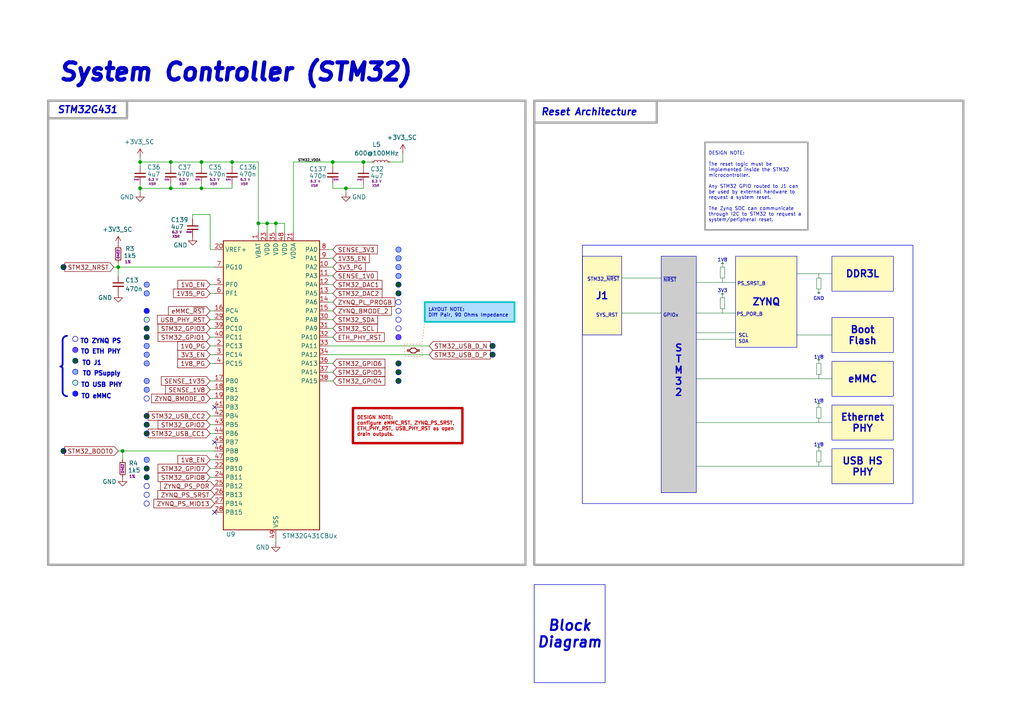
<source format=kicad_sch>
(kicad_sch
	(version 20250114)
	(generator "eeschema")
	(generator_version "9.0")
	(uuid "31c1eccf-6082-4987-b448-ab777f1343d4")
	(paper "A4")
	(title_block
		(title "System Controller")
		(date "2024-09-22")
		(rev "1.0")
	)
	(lib_symbols
		(symbol "C_Small_1"
			(pin_numbers
				(hide yes)
			)
			(pin_names
				(offset 0.254)
				(hide yes)
			)
			(exclude_from_sim no)
			(in_bom yes)
			(on_board yes)
			(property "Reference" "C50"
				(at 1.778 2.794 0)
				(effects
					(font
						(size 1.27 1.27)
					)
					(justify left)
				)
			)
			(property "Value" "470n"
				(at 1.778 0.762 0)
				(effects
					(font
						(size 1.27 1.27)
					)
					(justify left)
				)
			)
			(property "Footprint" "Capacitor_SMD:C_0201_0603Metric"
				(at 0 0 0)
				(effects
					(font
						(size 1.27 1.27)
					)
					(hide yes)
				)
			)
			(property "Datasheet" "~"
				(at 0 0 0)
				(effects
					(font
						(size 1.27 1.27)
					)
					(hide yes)
				)
			)
			(property "Description" "Unpolarized capacitor, small symbol"
				(at 0 0 0)
				(effects
					(font
						(size 1.27 1.27)
					)
					(hide yes)
				)
			)
			(property "Rating" "6.3 V"
				(at 3.302 -0.762 0)
				(effects
					(font
						(size 0.54 0.54)
						(color 194 0 194 1)
					)
				)
			)
			(property "Type" "X5R"
				(at 3.048 -2.032 0)
				(effects
					(font
						(size 0.54 0.54)
						(color 194 0 0 1)
					)
				)
			)
			(property "ki_keywords" "capacitor cap"
				(at 0 0 0)
				(effects
					(font
						(size 1.27 1.27)
					)
					(hide yes)
				)
			)
			(property "ki_fp_filters" "C_*"
				(at 0 0 0)
				(effects
					(font
						(size 1.27 1.27)
					)
					(hide yes)
				)
			)
			(symbol "C_Small_1_0_1"
				(polyline
					(pts
						(xy -1.524 0.508) (xy 1.524 0.508)
					)
					(stroke
						(width 0.3048)
						(type default)
					)
					(fill
						(type none)
					)
				)
				(polyline
					(pts
						(xy -1.524 -0.508) (xy 1.524 -0.508)
					)
					(stroke
						(width 0.3302)
						(type default)
					)
					(fill
						(type none)
					)
				)
			)
			(symbol "C_Small_1_1_1"
				(pin passive line
					(at 0 2.54 270)
					(length 2.032)
					(name "~"
						(effects
							(font
								(size 1.27 1.27)
							)
						)
					)
					(number "1"
						(effects
							(font
								(size 1.27 1.27)
							)
						)
					)
				)
				(pin passive line
					(at 0 -2.54 90)
					(length 2.032)
					(name "~"
						(effects
							(font
								(size 1.27 1.27)
							)
						)
					)
					(number "2"
						(effects
							(font
								(size 1.27 1.27)
							)
						)
					)
				)
			)
			(embedded_fonts no)
		)
		(symbol "Device:C_Small"
			(pin_numbers
				(hide yes)
			)
			(pin_names
				(offset 0.254)
				(hide yes)
			)
			(exclude_from_sim no)
			(in_bom yes)
			(on_board yes)
			(property "Reference" "C"
				(at 0.254 1.778 0)
				(effects
					(font
						(size 1.27 1.27)
					)
					(justify left)
				)
			)
			(property "Value" "C_Small"
				(at 0.254 -2.032 0)
				(effects
					(font
						(size 1.27 1.27)
					)
					(justify left)
				)
			)
			(property "Footprint" ""
				(at 0 0 0)
				(effects
					(font
						(size 1.27 1.27)
					)
					(hide yes)
				)
			)
			(property "Datasheet" "~"
				(at 0 0 0)
				(effects
					(font
						(size 1.27 1.27)
					)
					(hide yes)
				)
			)
			(property "Description" "Unpolarized capacitor, small symbol"
				(at 0 0 0)
				(effects
					(font
						(size 1.27 1.27)
					)
					(hide yes)
				)
			)
			(property "ki_keywords" "capacitor cap"
				(at 0 0 0)
				(effects
					(font
						(size 1.27 1.27)
					)
					(hide yes)
				)
			)
			(property "ki_fp_filters" "C_*"
				(at 0 0 0)
				(effects
					(font
						(size 1.27 1.27)
					)
					(hide yes)
				)
			)
			(symbol "C_Small_0_1"
				(polyline
					(pts
						(xy -1.524 0.508) (xy 1.524 0.508)
					)
					(stroke
						(width 0.3048)
						(type default)
					)
					(fill
						(type none)
					)
				)
				(polyline
					(pts
						(xy -1.524 -0.508) (xy 1.524 -0.508)
					)
					(stroke
						(width 0.3302)
						(type default)
					)
					(fill
						(type none)
					)
				)
			)
			(symbol "C_Small_1_1"
				(pin passive line
					(at 0 2.54 270)
					(length 2.032)
					(name "~"
						(effects
							(font
								(size 1.27 1.27)
							)
						)
					)
					(number "1"
						(effects
							(font
								(size 1.27 1.27)
							)
						)
					)
				)
				(pin passive line
					(at 0 -2.54 90)
					(length 2.032)
					(name "~"
						(effects
							(font
								(size 1.27 1.27)
							)
						)
					)
					(number "2"
						(effects
							(font
								(size 1.27 1.27)
							)
						)
					)
				)
			)
			(embedded_fonts no)
		)
		(symbol "Device:L_Small"
			(pin_numbers
				(hide yes)
			)
			(pin_names
				(offset 0.254)
				(hide yes)
			)
			(exclude_from_sim no)
			(in_bom yes)
			(on_board yes)
			(property "Reference" "L"
				(at 0.762 1.016 0)
				(effects
					(font
						(size 1.27 1.27)
					)
					(justify left)
				)
			)
			(property "Value" "L_Small"
				(at 0.762 -1.016 0)
				(effects
					(font
						(size 1.27 1.27)
					)
					(justify left)
				)
			)
			(property "Footprint" ""
				(at 0 0 0)
				(effects
					(font
						(size 1.27 1.27)
					)
					(hide yes)
				)
			)
			(property "Datasheet" "~"
				(at 0 0 0)
				(effects
					(font
						(size 1.27 1.27)
					)
					(hide yes)
				)
			)
			(property "Description" "Inductor, small symbol"
				(at 0 0 0)
				(effects
					(font
						(size 1.27 1.27)
					)
					(hide yes)
				)
			)
			(property "ki_keywords" "inductor choke coil reactor magnetic"
				(at 0 0 0)
				(effects
					(font
						(size 1.27 1.27)
					)
					(hide yes)
				)
			)
			(property "ki_fp_filters" "Choke_* *Coil* Inductor_* L_*"
				(at 0 0 0)
				(effects
					(font
						(size 1.27 1.27)
					)
					(hide yes)
				)
			)
			(symbol "L_Small_0_1"
				(arc
					(start 0 2.032)
					(mid 0.5058 1.524)
					(end 0 1.016)
					(stroke
						(width 0)
						(type default)
					)
					(fill
						(type none)
					)
				)
				(arc
					(start 0 1.016)
					(mid 0.5058 0.508)
					(end 0 0)
					(stroke
						(width 0)
						(type default)
					)
					(fill
						(type none)
					)
				)
				(arc
					(start 0 0)
					(mid 0.5058 -0.508)
					(end 0 -1.016)
					(stroke
						(width 0)
						(type default)
					)
					(fill
						(type none)
					)
				)
				(arc
					(start 0 -1.016)
					(mid 0.5058 -1.524)
					(end 0 -2.032)
					(stroke
						(width 0)
						(type default)
					)
					(fill
						(type none)
					)
				)
			)
			(symbol "L_Small_1_1"
				(pin passive line
					(at 0 2.54 270)
					(length 0.508)
					(name "~"
						(effects
							(font
								(size 1.27 1.27)
							)
						)
					)
					(number "1"
						(effects
							(font
								(size 1.27 1.27)
							)
						)
					)
				)
				(pin passive line
					(at 0 -2.54 90)
					(length 0.508)
					(name "~"
						(effects
							(font
								(size 1.27 1.27)
							)
						)
					)
					(number "2"
						(effects
							(font
								(size 1.27 1.27)
							)
						)
					)
				)
			)
			(embedded_fonts no)
		)
		(symbol "Device:R_Small"
			(pin_numbers
				(hide yes)
			)
			(pin_names
				(offset 0.254)
				(hide yes)
			)
			(exclude_from_sim no)
			(in_bom yes)
			(on_board yes)
			(property "Reference" "R"
				(at 0.762 0.508 0)
				(effects
					(font
						(size 1.27 1.27)
					)
					(justify left)
				)
			)
			(property "Value" "R_Small"
				(at 0.762 -1.016 0)
				(effects
					(font
						(size 1.27 1.27)
					)
					(justify left)
				)
			)
			(property "Footprint" ""
				(at 0 0 0)
				(effects
					(font
						(size 1.27 1.27)
					)
					(hide yes)
				)
			)
			(property "Datasheet" "~"
				(at 0 0 0)
				(effects
					(font
						(size 1.27 1.27)
					)
					(hide yes)
				)
			)
			(property "Description" "Resistor, small symbol"
				(at 0 0 0)
				(effects
					(font
						(size 1.27 1.27)
					)
					(hide yes)
				)
			)
			(property "ki_keywords" "R resistor"
				(at 0 0 0)
				(effects
					(font
						(size 1.27 1.27)
					)
					(hide yes)
				)
			)
			(property "ki_fp_filters" "R_*"
				(at 0 0 0)
				(effects
					(font
						(size 1.27 1.27)
					)
					(hide yes)
				)
			)
			(symbol "R_Small_0_1"
				(rectangle
					(start -0.762 1.778)
					(end 0.762 -1.778)
					(stroke
						(width 0.2032)
						(type default)
					)
					(fill
						(type none)
					)
				)
			)
			(symbol "R_Small_1_1"
				(pin passive line
					(at 0 2.54 270)
					(length 0.762)
					(name "~"
						(effects
							(font
								(size 1.27 1.27)
							)
						)
					)
					(number "1"
						(effects
							(font
								(size 1.27 1.27)
							)
						)
					)
				)
				(pin passive line
					(at 0 -2.54 90)
					(length 0.762)
					(name "~"
						(effects
							(font
								(size 1.27 1.27)
							)
						)
					)
					(number "2"
						(effects
							(font
								(size 1.27 1.27)
							)
						)
					)
				)
			)
			(embedded_fonts no)
		)
		(symbol "MCU_ST_STM32G4:STM32G431CBUx"
			(exclude_from_sim no)
			(in_bom yes)
			(on_board yes)
			(property "Reference" "U"
				(at -12.7 44.45 0)
				(effects
					(font
						(size 1.27 1.27)
					)
					(justify left)
				)
			)
			(property "Value" "STM32G431CBUx"
				(at 10.16 44.45 0)
				(effects
					(font
						(size 1.27 1.27)
					)
					(justify left)
				)
			)
			(property "Footprint" "Package_DFN_QFN:QFN-48-1EP_7x7mm_P0.5mm_EP5.6x5.6mm"
				(at -12.7 -40.64 0)
				(effects
					(font
						(size 1.27 1.27)
					)
					(justify right)
					(hide yes)
				)
			)
			(property "Datasheet" "https://www.st.com/resource/en/datasheet/stm32g431cb.pdf"
				(at 0 0 0)
				(effects
					(font
						(size 1.27 1.27)
					)
					(hide yes)
				)
			)
			(property "Description" "STMicroelectronics Arm Cortex-M4 MCU, 128KB flash, 32KB RAM, 170 MHz, 1.71-3.6V, 42 GPIO, UFQFPN48"
				(at 0 0 0)
				(effects
					(font
						(size 1.27 1.27)
					)
					(hide yes)
				)
			)
			(property "ki_locked" ""
				(at 0 0 0)
				(effects
					(font
						(size 1.27 1.27)
					)
				)
			)
			(property "ki_keywords" "Arm Cortex-M4 STM32G4 STM32G4x1"
				(at 0 0 0)
				(effects
					(font
						(size 1.27 1.27)
					)
					(hide yes)
				)
			)
			(property "ki_fp_filters" "QFN*1EP*7x7mm*P0.5mm*"
				(at 0 0 0)
				(effects
					(font
						(size 1.27 1.27)
					)
					(hide yes)
				)
			)
			(symbol "STM32G431CBUx_0_1"
				(rectangle
					(start -12.7 -40.64)
					(end 15.24 43.18)
					(stroke
						(width 0.254)
						(type default)
					)
					(fill
						(type background)
					)
				)
			)
			(symbol "STM32G431CBUx_1_1"
				(pin input line
					(at -15.24 40.64 0)
					(length 2.54)
					(name "VREF+"
						(effects
							(font
								(size 1.27 1.27)
							)
						)
					)
					(number "20"
						(effects
							(font
								(size 1.27 1.27)
							)
						)
					)
					(alternate "VREFBUF_OUT" bidirectional line)
				)
				(pin bidirectional line
					(at -15.24 35.56 0)
					(length 2.54)
					(name "PG10"
						(effects
							(font
								(size 1.27 1.27)
							)
						)
					)
					(number "7"
						(effects
							(font
								(size 1.27 1.27)
							)
						)
					)
					(alternate "DAC1_EXTI10" bidirectional line)
					(alternate "DAC3_EXTI10" bidirectional line)
					(alternate "RCC_MCO" bidirectional line)
				)
				(pin bidirectional line
					(at -15.24 30.48 0)
					(length 2.54)
					(name "PF0"
						(effects
							(font
								(size 1.27 1.27)
							)
						)
					)
					(number "5"
						(effects
							(font
								(size 1.27 1.27)
							)
						)
					)
					(alternate "ADC1_IN10" bidirectional line)
					(alternate "I2C2_SDA" bidirectional line)
					(alternate "I2S2_WS" bidirectional line)
					(alternate "RCC_OSC_IN" bidirectional line)
					(alternate "SPI2_NSS" bidirectional line)
					(alternate "TIM1_CH3N" bidirectional line)
				)
				(pin bidirectional line
					(at -15.24 27.94 0)
					(length 2.54)
					(name "PF1"
						(effects
							(font
								(size 1.27 1.27)
							)
						)
					)
					(number "6"
						(effects
							(font
								(size 1.27 1.27)
							)
						)
					)
					(alternate "ADC2_IN10" bidirectional line)
					(alternate "COMP3_INM" bidirectional line)
					(alternate "I2S2_CK" bidirectional line)
					(alternate "RCC_OSC_OUT" bidirectional line)
					(alternate "SPI2_SCK" bidirectional line)
				)
				(pin bidirectional line
					(at -15.24 22.86 0)
					(length 2.54)
					(name "PC4"
						(effects
							(font
								(size 1.27 1.27)
							)
						)
					)
					(number "16"
						(effects
							(font
								(size 1.27 1.27)
							)
						)
					)
					(alternate "ADC2_IN5" bidirectional line)
					(alternate "I2C2_SCL" bidirectional line)
					(alternate "TIM1_ETR" bidirectional line)
					(alternate "USART1_TX" bidirectional line)
				)
				(pin bidirectional line
					(at -15.24 20.32 0)
					(length 2.54)
					(name "PC6"
						(effects
							(font
								(size 1.27 1.27)
							)
						)
					)
					(number "29"
						(effects
							(font
								(size 1.27 1.27)
							)
						)
					)
					(alternate "I2S2_MCK" bidirectional line)
					(alternate "TIM3_CH1" bidirectional line)
					(alternate "TIM8_CH1" bidirectional line)
				)
				(pin bidirectional line
					(at -15.24 17.78 0)
					(length 2.54)
					(name "PC10"
						(effects
							(font
								(size 1.27 1.27)
							)
						)
					)
					(number "39"
						(effects
							(font
								(size 1.27 1.27)
							)
						)
					)
					(alternate "DAC1_EXTI10" bidirectional line)
					(alternate "DAC3_EXTI10" bidirectional line)
					(alternate "I2S3_CK" bidirectional line)
					(alternate "SPI3_SCK" bidirectional line)
					(alternate "TIM8_CH1N" bidirectional line)
					(alternate "USART3_TX" bidirectional line)
				)
				(pin bidirectional line
					(at -15.24 15.24 0)
					(length 2.54)
					(name "PC11"
						(effects
							(font
								(size 1.27 1.27)
							)
						)
					)
					(number "40"
						(effects
							(font
								(size 1.27 1.27)
							)
						)
					)
					(alternate "ADC1_EXTI11" bidirectional line)
					(alternate "ADC2_EXTI11" bidirectional line)
					(alternate "I2C3_SDA" bidirectional line)
					(alternate "SPI3_MISO" bidirectional line)
					(alternate "TIM8_CH2N" bidirectional line)
					(alternate "USART3_RX" bidirectional line)
				)
				(pin bidirectional line
					(at -15.24 12.7 0)
					(length 2.54)
					(name "PC13"
						(effects
							(font
								(size 1.27 1.27)
							)
						)
					)
					(number "2"
						(effects
							(font
								(size 1.27 1.27)
							)
						)
					)
					(alternate "RTC_OUT1" bidirectional line)
					(alternate "RTC_TAMP1" bidirectional line)
					(alternate "RTC_TS" bidirectional line)
					(alternate "SYS_WKUP2" bidirectional line)
					(alternate "TIM1_BKIN" bidirectional line)
					(alternate "TIM1_CH1N" bidirectional line)
					(alternate "TIM8_CH4N" bidirectional line)
				)
				(pin bidirectional line
					(at -15.24 10.16 0)
					(length 2.54)
					(name "PC14"
						(effects
							(font
								(size 1.27 1.27)
							)
						)
					)
					(number "3"
						(effects
							(font
								(size 1.27 1.27)
							)
						)
					)
					(alternate "RCC_OSC32_IN" bidirectional line)
				)
				(pin bidirectional line
					(at -15.24 7.62 0)
					(length 2.54)
					(name "PC15"
						(effects
							(font
								(size 1.27 1.27)
							)
						)
					)
					(number "4"
						(effects
							(font
								(size 1.27 1.27)
							)
						)
					)
					(alternate "ADC1_EXTI15" bidirectional line)
					(alternate "ADC2_EXTI15" bidirectional line)
					(alternate "RCC_OSC32_OUT" bidirectional line)
				)
				(pin bidirectional line
					(at -15.24 2.54 0)
					(length 2.54)
					(name "PB0"
						(effects
							(font
								(size 1.27 1.27)
							)
						)
					)
					(number "17"
						(effects
							(font
								(size 1.27 1.27)
							)
						)
					)
					(alternate "ADC1_IN15" bidirectional line)
					(alternate "COMP4_INP" bidirectional line)
					(alternate "OPAMP2_VINP" bidirectional line)
					(alternate "OPAMP2_VINP_SEC" bidirectional line)
					(alternate "OPAMP3_VINP" bidirectional line)
					(alternate "OPAMP3_VINP_SEC" bidirectional line)
					(alternate "TIM1_CH2N" bidirectional line)
					(alternate "TIM3_CH3" bidirectional line)
					(alternate "TIM8_CH2N" bidirectional line)
					(alternate "UCPD1_FRSTX1" bidirectional line)
					(alternate "UCPD1_FRSTX2" bidirectional line)
				)
				(pin bidirectional line
					(at -15.24 0 0)
					(length 2.54)
					(name "PB1"
						(effects
							(font
								(size 1.27 1.27)
							)
						)
					)
					(number "18"
						(effects
							(font
								(size 1.27 1.27)
							)
						)
					)
					(alternate "ADC1_IN12" bidirectional line)
					(alternate "COMP1_INP" bidirectional line)
					(alternate "COMP4_OUT" bidirectional line)
					(alternate "LPUART1_DE" bidirectional line)
					(alternate "LPUART1_RTS" bidirectional line)
					(alternate "OPAMP3_VOUT" bidirectional line)
					(alternate "TIM1_CH3N" bidirectional line)
					(alternate "TIM3_CH4" bidirectional line)
					(alternate "TIM8_CH3N" bidirectional line)
				)
				(pin bidirectional line
					(at -15.24 -2.54 0)
					(length 2.54)
					(name "PB2"
						(effects
							(font
								(size 1.27 1.27)
							)
						)
					)
					(number "19"
						(effects
							(font
								(size 1.27 1.27)
							)
						)
					)
					(alternate "ADC2_IN12" bidirectional line)
					(alternate "COMP4_INM" bidirectional line)
					(alternate "I2C3_SMBA" bidirectional line)
					(alternate "LPTIM1_OUT" bidirectional line)
					(alternate "OPAMP3_VINM" bidirectional line)
					(alternate "OPAMP3_VINM0" bidirectional line)
					(alternate "OPAMP3_VINM_SEC" bidirectional line)
					(alternate "RTC_OUT2" bidirectional line)
				)
				(pin bidirectional line
					(at -15.24 -5.08 0)
					(length 2.54)
					(name "PB3"
						(effects
							(font
								(size 1.27 1.27)
							)
						)
					)
					(number "41"
						(effects
							(font
								(size 1.27 1.27)
							)
						)
					)
					(alternate "CRS_SYNC" bidirectional line)
					(alternate "I2S3_CK" bidirectional line)
					(alternate "SAI1_SCK_B" bidirectional line)
					(alternate "SPI1_SCK" bidirectional line)
					(alternate "SPI3_SCK" bidirectional line)
					(alternate "SYS_JTDO-SWO" bidirectional line)
					(alternate "TIM2_CH2" bidirectional line)
					(alternate "TIM3_ETR" bidirectional line)
					(alternate "TIM4_ETR" bidirectional line)
					(alternate "TIM8_CH1N" bidirectional line)
					(alternate "USART2_TX" bidirectional line)
				)
				(pin bidirectional line
					(at -15.24 -7.62 0)
					(length 2.54)
					(name "PB4"
						(effects
							(font
								(size 1.27 1.27)
							)
						)
					)
					(number "42"
						(effects
							(font
								(size 1.27 1.27)
							)
						)
					)
					(alternate "SAI1_MCLK_B" bidirectional line)
					(alternate "SPI1_MISO" bidirectional line)
					(alternate "SPI3_MISO" bidirectional line)
					(alternate "SYS_JTRST" bidirectional line)
					(alternate "TIM16_CH1" bidirectional line)
					(alternate "TIM17_BKIN" bidirectional line)
					(alternate "TIM3_CH1" bidirectional line)
					(alternate "TIM8_CH2N" bidirectional line)
					(alternate "UCPD1_CC2" bidirectional line)
					(alternate "USART2_RX" bidirectional line)
				)
				(pin bidirectional line
					(at -15.24 -10.16 0)
					(length 2.54)
					(name "PB5"
						(effects
							(font
								(size 1.27 1.27)
							)
						)
					)
					(number "43"
						(effects
							(font
								(size 1.27 1.27)
							)
						)
					)
					(alternate "I2C1_SMBA" bidirectional line)
					(alternate "I2C3_SDA" bidirectional line)
					(alternate "I2S3_SD" bidirectional line)
					(alternate "LPTIM1_IN1" bidirectional line)
					(alternate "SAI1_SD_B" bidirectional line)
					(alternate "SPI1_MOSI" bidirectional line)
					(alternate "SPI3_MOSI" bidirectional line)
					(alternate "TIM16_BKIN" bidirectional line)
					(alternate "TIM17_CH1" bidirectional line)
					(alternate "TIM3_CH2" bidirectional line)
					(alternate "TIM8_CH3N" bidirectional line)
					(alternate "USART2_CK" bidirectional line)
				)
				(pin bidirectional line
					(at -15.24 -12.7 0)
					(length 2.54)
					(name "PB6"
						(effects
							(font
								(size 1.27 1.27)
							)
						)
					)
					(number "44"
						(effects
							(font
								(size 1.27 1.27)
							)
						)
					)
					(alternate "COMP4_OUT" bidirectional line)
					(alternate "LPTIM1_ETR" bidirectional line)
					(alternate "SAI1_FS_B" bidirectional line)
					(alternate "TIM16_CH1N" bidirectional line)
					(alternate "TIM4_CH1" bidirectional line)
					(alternate "TIM8_BKIN2" bidirectional line)
					(alternate "TIM8_CH1" bidirectional line)
					(alternate "TIM8_ETR" bidirectional line)
					(alternate "UCPD1_CC1" bidirectional line)
					(alternate "USART1_TX" bidirectional line)
				)
				(pin bidirectional line
					(at -15.24 -15.24 0)
					(length 2.54)
					(name "PB7"
						(effects
							(font
								(size 1.27 1.27)
							)
						)
					)
					(number "45"
						(effects
							(font
								(size 1.27 1.27)
							)
						)
					)
					(alternate "COMP3_OUT" bidirectional line)
					(alternate "I2C1_SDA" bidirectional line)
					(alternate "LPTIM1_IN2" bidirectional line)
					(alternate "SYS_PVD_IN" bidirectional line)
					(alternate "TIM17_CH1N" bidirectional line)
					(alternate "TIM3_CH4" bidirectional line)
					(alternate "TIM4_CH2" bidirectional line)
					(alternate "TIM8_BKIN" bidirectional line)
					(alternate "USART1_RX" bidirectional line)
				)
				(pin bidirectional line
					(at -15.24 -17.78 0)
					(length 2.54)
					(name "PB8"
						(effects
							(font
								(size 1.27 1.27)
							)
						)
					)
					(number "46"
						(effects
							(font
								(size 1.27 1.27)
							)
						)
					)
					(alternate "COMP1_OUT" bidirectional line)
					(alternate "FDCAN1_RX" bidirectional line)
					(alternate "I2C1_SCL" bidirectional line)
					(alternate "SAI1_CK1" bidirectional line)
					(alternate "SAI1_MCLK_A" bidirectional line)
					(alternate "TIM16_CH1" bidirectional line)
					(alternate "TIM1_BKIN" bidirectional line)
					(alternate "TIM4_CH3" bidirectional line)
					(alternate "TIM8_CH2" bidirectional line)
					(alternate "USART3_RX" bidirectional line)
				)
				(pin bidirectional line
					(at -15.24 -20.32 0)
					(length 2.54)
					(name "PB9"
						(effects
							(font
								(size 1.27 1.27)
							)
						)
					)
					(number "47"
						(effects
							(font
								(size 1.27 1.27)
							)
						)
					)
					(alternate "COMP2_OUT" bidirectional line)
					(alternate "DAC1_EXTI9" bidirectional line)
					(alternate "DAC3_EXTI9" bidirectional line)
					(alternate "FDCAN1_TX" bidirectional line)
					(alternate "I2C1_SDA" bidirectional line)
					(alternate "IR_OUT" bidirectional line)
					(alternate "SAI1_D2" bidirectional line)
					(alternate "SAI1_FS_A" bidirectional line)
					(alternate "TIM17_CH1" bidirectional line)
					(alternate "TIM1_CH3N" bidirectional line)
					(alternate "TIM4_CH4" bidirectional line)
					(alternate "TIM8_CH3" bidirectional line)
					(alternate "USART3_TX" bidirectional line)
				)
				(pin bidirectional line
					(at -15.24 -22.86 0)
					(length 2.54)
					(name "PB10"
						(effects
							(font
								(size 1.27 1.27)
							)
						)
					)
					(number "22"
						(effects
							(font
								(size 1.27 1.27)
							)
						)
					)
					(alternate "DAC1_EXTI10" bidirectional line)
					(alternate "DAC3_EXTI10" bidirectional line)
					(alternate "LPUART1_RX" bidirectional line)
					(alternate "OPAMP3_VINM" bidirectional line)
					(alternate "OPAMP3_VINM1" bidirectional line)
					(alternate "OPAMP3_VINM_SEC" bidirectional line)
					(alternate "SAI1_SCK_A" bidirectional line)
					(alternate "TIM1_BKIN" bidirectional line)
					(alternate "TIM2_CH3" bidirectional line)
					(alternate "USART3_TX" bidirectional line)
				)
				(pin bidirectional line
					(at -15.24 -25.4 0)
					(length 2.54)
					(name "PB11"
						(effects
							(font
								(size 1.27 1.27)
							)
						)
					)
					(number "24"
						(effects
							(font
								(size 1.27 1.27)
							)
						)
					)
					(alternate "ADC1_EXTI11" bidirectional line)
					(alternate "ADC1_IN14" bidirectional line)
					(alternate "ADC2_EXTI11" bidirectional line)
					(alternate "ADC2_IN14" bidirectional line)
					(alternate "LPUART1_TX" bidirectional line)
					(alternate "TIM2_CH4" bidirectional line)
					(alternate "USART3_RX" bidirectional line)
				)
				(pin bidirectional line
					(at -15.24 -27.94 0)
					(length 2.54)
					(name "PB12"
						(effects
							(font
								(size 1.27 1.27)
							)
						)
					)
					(number "25"
						(effects
							(font
								(size 1.27 1.27)
							)
						)
					)
					(alternate "ADC1_IN11" bidirectional line)
					(alternate "I2C2_SMBA" bidirectional line)
					(alternate "I2S2_WS" bidirectional line)
					(alternate "LPUART1_DE" bidirectional line)
					(alternate "LPUART1_RTS" bidirectional line)
					(alternate "SPI2_NSS" bidirectional line)
					(alternate "TIM1_BKIN" bidirectional line)
					(alternate "USART3_CK" bidirectional line)
				)
				(pin bidirectional line
					(at -15.24 -30.48 0)
					(length 2.54)
					(name "PB13"
						(effects
							(font
								(size 1.27 1.27)
							)
						)
					)
					(number "26"
						(effects
							(font
								(size 1.27 1.27)
							)
						)
					)
					(alternate "I2S2_CK" bidirectional line)
					(alternate "LPUART1_CTS" bidirectional line)
					(alternate "OPAMP3_VINP" bidirectional line)
					(alternate "OPAMP3_VINP_SEC" bidirectional line)
					(alternate "SPI2_SCK" bidirectional line)
					(alternate "TIM1_CH1N" bidirectional line)
					(alternate "USART3_CTS" bidirectional line)
					(alternate "USART3_NSS" bidirectional line)
				)
				(pin bidirectional line
					(at -15.24 -33.02 0)
					(length 2.54)
					(name "PB14"
						(effects
							(font
								(size 1.27 1.27)
							)
						)
					)
					(number "27"
						(effects
							(font
								(size 1.27 1.27)
							)
						)
					)
					(alternate "ADC1_IN5" bidirectional line)
					(alternate "COMP4_OUT" bidirectional line)
					(alternate "OPAMP2_VINP" bidirectional line)
					(alternate "OPAMP2_VINP_SEC" bidirectional line)
					(alternate "SPI2_MISO" bidirectional line)
					(alternate "TIM15_CH1" bidirectional line)
					(alternate "TIM1_CH2N" bidirectional line)
					(alternate "USART3_DE" bidirectional line)
					(alternate "USART3_RTS" bidirectional line)
				)
				(pin bidirectional line
					(at -15.24 -35.56 0)
					(length 2.54)
					(name "PB15"
						(effects
							(font
								(size 1.27 1.27)
							)
						)
					)
					(number "28"
						(effects
							(font
								(size 1.27 1.27)
							)
						)
					)
					(alternate "ADC1_EXTI15" bidirectional line)
					(alternate "ADC2_EXTI15" bidirectional line)
					(alternate "ADC2_IN15" bidirectional line)
					(alternate "COMP3_OUT" bidirectional line)
					(alternate "I2S2_SD" bidirectional line)
					(alternate "RTC_REFIN" bidirectional line)
					(alternate "SPI2_MOSI" bidirectional line)
					(alternate "TIM15_CH1N" bidirectional line)
					(alternate "TIM15_CH2" bidirectional line)
					(alternate "TIM1_CH3N" bidirectional line)
				)
				(pin power_in line
					(at -2.54 45.72 270)
					(length 2.54)
					(name "VBAT"
						(effects
							(font
								(size 1.27 1.27)
							)
						)
					)
					(number "1"
						(effects
							(font
								(size 1.27 1.27)
							)
						)
					)
				)
				(pin power_in line
					(at 0 45.72 270)
					(length 2.54)
					(name "VDD"
						(effects
							(font
								(size 1.27 1.27)
							)
						)
					)
					(number "23"
						(effects
							(font
								(size 1.27 1.27)
							)
						)
					)
				)
				(pin power_in line
					(at 2.54 45.72 270)
					(length 2.54)
					(name "VDD"
						(effects
							(font
								(size 1.27 1.27)
							)
						)
					)
					(number "35"
						(effects
							(font
								(size 1.27 1.27)
							)
						)
					)
				)
				(pin power_in line
					(at 2.54 -43.18 90)
					(length 2.54)
					(name "VSS"
						(effects
							(font
								(size 1.27 1.27)
							)
						)
					)
					(number "49"
						(effects
							(font
								(size 1.27 1.27)
							)
						)
					)
				)
				(pin power_in line
					(at 5.08 45.72 270)
					(length 2.54)
					(name "VDD"
						(effects
							(font
								(size 1.27 1.27)
							)
						)
					)
					(number "48"
						(effects
							(font
								(size 1.27 1.27)
							)
						)
					)
				)
				(pin power_in line
					(at 7.62 45.72 270)
					(length 2.54)
					(name "VDDA"
						(effects
							(font
								(size 1.27 1.27)
							)
						)
					)
					(number "21"
						(effects
							(font
								(size 1.27 1.27)
							)
						)
					)
				)
				(pin bidirectional line
					(at 17.78 40.64 180)
					(length 2.54)
					(name "PA0"
						(effects
							(font
								(size 1.27 1.27)
							)
						)
					)
					(number "8"
						(effects
							(font
								(size 1.27 1.27)
							)
						)
					)
					(alternate "ADC1_IN1" bidirectional line)
					(alternate "ADC2_IN1" bidirectional line)
					(alternate "COMP1_INM" bidirectional line)
					(alternate "COMP1_OUT" bidirectional line)
					(alternate "COMP3_INP" bidirectional line)
					(alternate "RTC_TAMP2" bidirectional line)
					(alternate "SYS_WKUP1" bidirectional line)
					(alternate "TIM2_CH1" bidirectional line)
					(alternate "TIM2_ETR" bidirectional line)
					(alternate "TIM8_BKIN" bidirectional line)
					(alternate "TIM8_ETR" bidirectional line)
					(alternate "USART2_CTS" bidirectional line)
					(alternate "USART2_NSS" bidirectional line)
				)
				(pin bidirectional line
					(at 17.78 38.1 180)
					(length 2.54)
					(name "PA1"
						(effects
							(font
								(size 1.27 1.27)
							)
						)
					)
					(number "9"
						(effects
							(font
								(size 1.27 1.27)
							)
						)
					)
					(alternate "ADC1_IN2" bidirectional line)
					(alternate "ADC2_IN2" bidirectional line)
					(alternate "COMP1_INP" bidirectional line)
					(alternate "OPAMP1_VINP" bidirectional line)
					(alternate "OPAMP1_VINP_SEC" bidirectional line)
					(alternate "OPAMP3_VINP" bidirectional line)
					(alternate "OPAMP3_VINP_SEC" bidirectional line)
					(alternate "RTC_REFIN" bidirectional line)
					(alternate "TIM15_CH1N" bidirectional line)
					(alternate "TIM2_CH2" bidirectional line)
					(alternate "USART2_DE" bidirectional line)
					(alternate "USART2_RTS" bidirectional line)
				)
				(pin bidirectional line
					(at 17.78 35.56 180)
					(length 2.54)
					(name "PA2"
						(effects
							(font
								(size 1.27 1.27)
							)
						)
					)
					(number "10"
						(effects
							(font
								(size 1.27 1.27)
							)
						)
					)
					(alternate "ADC1_IN3" bidirectional line)
					(alternate "COMP2_INM" bidirectional line)
					(alternate "COMP2_OUT" bidirectional line)
					(alternate "LPUART1_TX" bidirectional line)
					(alternate "OPAMP1_VOUT" bidirectional line)
					(alternate "RCC_LSCO" bidirectional line)
					(alternate "SYS_WKUP4" bidirectional line)
					(alternate "TIM15_CH1" bidirectional line)
					(alternate "TIM2_CH3" bidirectional line)
					(alternate "UCPD1_FRSTX1" bidirectional line)
					(alternate "UCPD1_FRSTX2" bidirectional line)
					(alternate "USART2_TX" bidirectional line)
				)
				(pin bidirectional line
					(at 17.78 33.02 180)
					(length 2.54)
					(name "PA3"
						(effects
							(font
								(size 1.27 1.27)
							)
						)
					)
					(number "11"
						(effects
							(font
								(size 1.27 1.27)
							)
						)
					)
					(alternate "ADC1_IN4" bidirectional line)
					(alternate "COMP2_INP" bidirectional line)
					(alternate "LPUART1_RX" bidirectional line)
					(alternate "OPAMP1_VINM" bidirectional line)
					(alternate "OPAMP1_VINM0" bidirectional line)
					(alternate "OPAMP1_VINM_SEC" bidirectional line)
					(alternate "OPAMP1_VINP" bidirectional line)
					(alternate "OPAMP1_VINP_SEC" bidirectional line)
					(alternate "SAI1_CK1" bidirectional line)
					(alternate "SAI1_MCLK_A" bidirectional line)
					(alternate "TIM15_CH2" bidirectional line)
					(alternate "TIM2_CH4" bidirectional line)
					(alternate "USART2_RX" bidirectional line)
				)
				(pin bidirectional line
					(at 17.78 30.48 180)
					(length 2.54)
					(name "PA4"
						(effects
							(font
								(size 1.27 1.27)
							)
						)
					)
					(number "12"
						(effects
							(font
								(size 1.27 1.27)
							)
						)
					)
					(alternate "ADC2_IN17" bidirectional line)
					(alternate "COMP1_INM" bidirectional line)
					(alternate "DAC1_OUT1" bidirectional line)
					(alternate "I2S3_WS" bidirectional line)
					(alternate "SAI1_FS_B" bidirectional line)
					(alternate "SPI1_NSS" bidirectional line)
					(alternate "SPI3_NSS" bidirectional line)
					(alternate "TIM3_CH2" bidirectional line)
					(alternate "USART2_CK" bidirectional line)
				)
				(pin bidirectional line
					(at 17.78 27.94 180)
					(length 2.54)
					(name "PA5"
						(effects
							(font
								(size 1.27 1.27)
							)
						)
					)
					(number "13"
						(effects
							(font
								(size 1.27 1.27)
							)
						)
					)
					(alternate "ADC2_IN13" bidirectional line)
					(alternate "COMP2_INM" bidirectional line)
					(alternate "DAC1_OUT2" bidirectional line)
					(alternate "OPAMP2_VINM" bidirectional line)
					(alternate "OPAMP2_VINM0" bidirectional line)
					(alternate "OPAMP2_VINM_SEC" bidirectional line)
					(alternate "SPI1_SCK" bidirectional line)
					(alternate "TIM2_CH1" bidirectional line)
					(alternate "TIM2_ETR" bidirectional line)
					(alternate "UCPD1_FRSTX1" bidirectional line)
					(alternate "UCPD1_FRSTX2" bidirectional line)
				)
				(pin bidirectional line
					(at 17.78 25.4 180)
					(length 2.54)
					(name "PA6"
						(effects
							(font
								(size 1.27 1.27)
							)
						)
					)
					(number "14"
						(effects
							(font
								(size 1.27 1.27)
							)
						)
					)
					(alternate "ADC2_IN3" bidirectional line)
					(alternate "COMP1_OUT" bidirectional line)
					(alternate "LPUART1_CTS" bidirectional line)
					(alternate "OPAMP2_VOUT" bidirectional line)
					(alternate "SPI1_MISO" bidirectional line)
					(alternate "TIM16_CH1" bidirectional line)
					(alternate "TIM1_BKIN" bidirectional line)
					(alternate "TIM3_CH1" bidirectional line)
					(alternate "TIM8_BKIN" bidirectional line)
				)
				(pin bidirectional line
					(at 17.78 22.86 180)
					(length 2.54)
					(name "PA7"
						(effects
							(font
								(size 1.27 1.27)
							)
						)
					)
					(number "15"
						(effects
							(font
								(size 1.27 1.27)
							)
						)
					)
					(alternate "ADC2_IN4" bidirectional line)
					(alternate "COMP2_INP" bidirectional line)
					(alternate "COMP2_OUT" bidirectional line)
					(alternate "OPAMP1_VINP" bidirectional line)
					(alternate "OPAMP1_VINP_SEC" bidirectional line)
					(alternate "OPAMP2_VINP" bidirectional line)
					(alternate "OPAMP2_VINP_SEC" bidirectional line)
					(alternate "SPI1_MOSI" bidirectional line)
					(alternate "TIM17_CH1" bidirectional line)
					(alternate "TIM1_CH1N" bidirectional line)
					(alternate "TIM3_CH2" bidirectional line)
					(alternate "TIM8_CH1N" bidirectional line)
					(alternate "UCPD1_FRSTX1" bidirectional line)
					(alternate "UCPD1_FRSTX2" bidirectional line)
				)
				(pin bidirectional line
					(at 17.78 20.32 180)
					(length 2.54)
					(name "PA8"
						(effects
							(font
								(size 1.27 1.27)
							)
						)
					)
					(number "30"
						(effects
							(font
								(size 1.27 1.27)
							)
						)
					)
					(alternate "I2C2_SDA" bidirectional line)
					(alternate "I2C3_SCL" bidirectional line)
					(alternate "I2S2_MCK" bidirectional line)
					(alternate "RCC_MCO" bidirectional line)
					(alternate "SAI1_CK2" bidirectional line)
					(alternate "SAI1_SCK_A" bidirectional line)
					(alternate "TIM1_CH1" bidirectional line)
					(alternate "TIM4_ETR" bidirectional line)
					(alternate "USART1_CK" bidirectional line)
				)
				(pin bidirectional line
					(at 17.78 17.78 180)
					(length 2.54)
					(name "PA9"
						(effects
							(font
								(size 1.27 1.27)
							)
						)
					)
					(number "31"
						(effects
							(font
								(size 1.27 1.27)
							)
						)
					)
					(alternate "DAC1_EXTI9" bidirectional line)
					(alternate "DAC3_EXTI9" bidirectional line)
					(alternate "I2C2_SCL" bidirectional line)
					(alternate "I2C3_SMBA" bidirectional line)
					(alternate "I2S3_MCK" bidirectional line)
					(alternate "SAI1_FS_A" bidirectional line)
					(alternate "TIM15_BKIN" bidirectional line)
					(alternate "TIM1_CH2" bidirectional line)
					(alternate "TIM2_CH3" bidirectional line)
					(alternate "UCPD1_DBCC1" bidirectional line)
					(alternate "USART1_TX" bidirectional line)
				)
				(pin bidirectional line
					(at 17.78 15.24 180)
					(length 2.54)
					(name "PA10"
						(effects
							(font
								(size 1.27 1.27)
							)
						)
					)
					(number "32"
						(effects
							(font
								(size 1.27 1.27)
							)
						)
					)
					(alternate "CRS_SYNC" bidirectional line)
					(alternate "DAC1_EXTI10" bidirectional line)
					(alternate "DAC3_EXTI10" bidirectional line)
					(alternate "I2C2_SMBA" bidirectional line)
					(alternate "SAI1_D1" bidirectional line)
					(alternate "SAI1_SD_A" bidirectional line)
					(alternate "SPI2_MISO" bidirectional line)
					(alternate "TIM17_BKIN" bidirectional line)
					(alternate "TIM1_CH3" bidirectional line)
					(alternate "TIM2_CH4" bidirectional line)
					(alternate "TIM8_BKIN" bidirectional line)
					(alternate "UCPD1_DBCC2" bidirectional line)
					(alternate "USART1_RX" bidirectional line)
				)
				(pin bidirectional line
					(at 17.78 12.7 180)
					(length 2.54)
					(name "PA11"
						(effects
							(font
								(size 1.27 1.27)
							)
						)
					)
					(number "33"
						(effects
							(font
								(size 1.27 1.27)
							)
						)
					)
					(alternate "ADC1_EXTI11" bidirectional line)
					(alternate "ADC2_EXTI11" bidirectional line)
					(alternate "COMP1_OUT" bidirectional line)
					(alternate "FDCAN1_RX" bidirectional line)
					(alternate "I2S2_SD" bidirectional line)
					(alternate "SPI2_MOSI" bidirectional line)
					(alternate "TIM1_BKIN2" bidirectional line)
					(alternate "TIM1_CH1N" bidirectional line)
					(alternate "TIM1_CH4" bidirectional line)
					(alternate "TIM4_CH1" bidirectional line)
					(alternate "USART1_CTS" bidirectional line)
					(alternate "USART1_NSS" bidirectional line)
					(alternate "USB_DM" bidirectional line)
				)
				(pin bidirectional line
					(at 17.78 10.16 180)
					(length 2.54)
					(name "PA12"
						(effects
							(font
								(size 1.27 1.27)
							)
						)
					)
					(number "34"
						(effects
							(font
								(size 1.27 1.27)
							)
						)
					)
					(alternate "COMP2_OUT" bidirectional line)
					(alternate "FDCAN1_TX" bidirectional line)
					(alternate "I2S_CKIN" bidirectional line)
					(alternate "TIM16_CH1" bidirectional line)
					(alternate "TIM1_CH2N" bidirectional line)
					(alternate "TIM1_ETR" bidirectional line)
					(alternate "TIM4_CH2" bidirectional line)
					(alternate "USART1_DE" bidirectional line)
					(alternate "USART1_RTS" bidirectional line)
					(alternate "USB_DP" bidirectional line)
				)
				(pin bidirectional line
					(at 17.78 7.62 180)
					(length 2.54)
					(name "PA13"
						(effects
							(font
								(size 1.27 1.27)
							)
						)
					)
					(number "36"
						(effects
							(font
								(size 1.27 1.27)
							)
						)
					)
					(alternate "I2C1_SCL" bidirectional line)
					(alternate "IR_OUT" bidirectional line)
					(alternate "SAI1_SD_B" bidirectional line)
					(alternate "SYS_JTMS-SWDIO" bidirectional line)
					(alternate "TIM16_CH1N" bidirectional line)
					(alternate "TIM4_CH3" bidirectional line)
					(alternate "USART3_CTS" bidirectional line)
					(alternate "USART3_NSS" bidirectional line)
				)
				(pin bidirectional line
					(at 17.78 5.08 180)
					(length 2.54)
					(name "PA14"
						(effects
							(font
								(size 1.27 1.27)
							)
						)
					)
					(number "37"
						(effects
							(font
								(size 1.27 1.27)
							)
						)
					)
					(alternate "I2C1_SDA" bidirectional line)
					(alternate "LPTIM1_OUT" bidirectional line)
					(alternate "SAI1_FS_B" bidirectional line)
					(alternate "SYS_JTCK-SWCLK" bidirectional line)
					(alternate "TIM1_BKIN" bidirectional line)
					(alternate "TIM8_CH2" bidirectional line)
					(alternate "USART2_TX" bidirectional line)
				)
				(pin bidirectional line
					(at 17.78 2.54 180)
					(length 2.54)
					(name "PA15"
						(effects
							(font
								(size 1.27 1.27)
							)
						)
					)
					(number "38"
						(effects
							(font
								(size 1.27 1.27)
							)
						)
					)
					(alternate "ADC1_EXTI15" bidirectional line)
					(alternate "ADC2_EXTI15" bidirectional line)
					(alternate "I2C1_SCL" bidirectional line)
					(alternate "I2S3_WS" bidirectional line)
					(alternate "SPI1_NSS" bidirectional line)
					(alternate "SPI3_NSS" bidirectional line)
					(alternate "SYS_JTDI" bidirectional line)
					(alternate "TIM1_BKIN" bidirectional line)
					(alternate "TIM2_CH1" bidirectional line)
					(alternate "TIM2_ETR" bidirectional line)
					(alternate "TIM8_CH1" bidirectional line)
					(alternate "USART2_RX" bidirectional line)
				)
			)
			(embedded_fonts no)
		)
		(symbol "power:+3V3"
			(power)
			(pin_names
				(offset 0)
			)
			(exclude_from_sim no)
			(in_bom yes)
			(on_board yes)
			(property "Reference" "#PWR"
				(at 0 -3.81 0)
				(effects
					(font
						(size 1.27 1.27)
					)
					(hide yes)
				)
			)
			(property "Value" "+3V3"
				(at 0 3.556 0)
				(effects
					(font
						(size 1.27 1.27)
					)
				)
			)
			(property "Footprint" ""
				(at 0 0 0)
				(effects
					(font
						(size 1.27 1.27)
					)
					(hide yes)
				)
			)
			(property "Datasheet" ""
				(at 0 0 0)
				(effects
					(font
						(size 1.27 1.27)
					)
					(hide yes)
				)
			)
			(property "Description" "Power symbol creates a global label with name \"+3V3\""
				(at 0 0 0)
				(effects
					(font
						(size 1.27 1.27)
					)
					(hide yes)
				)
			)
			(property "ki_keywords" "global power"
				(at 0 0 0)
				(effects
					(font
						(size 1.27 1.27)
					)
					(hide yes)
				)
			)
			(symbol "+3V3_0_1"
				(polyline
					(pts
						(xy -0.762 1.27) (xy 0 2.54)
					)
					(stroke
						(width 0)
						(type default)
					)
					(fill
						(type none)
					)
				)
				(polyline
					(pts
						(xy 0 2.54) (xy 0.762 1.27)
					)
					(stroke
						(width 0)
						(type default)
					)
					(fill
						(type none)
					)
				)
				(polyline
					(pts
						(xy 0 0) (xy 0 2.54)
					)
					(stroke
						(width 0)
						(type default)
					)
					(fill
						(type none)
					)
				)
			)
			(symbol "+3V3_1_1"
				(pin power_in line
					(at 0 0 90)
					(length 0)
					(hide yes)
					(name "+3V3"
						(effects
							(font
								(size 1.27 1.27)
							)
						)
					)
					(number "1"
						(effects
							(font
								(size 1.27 1.27)
							)
						)
					)
				)
			)
			(embedded_fonts no)
		)
		(symbol "power:GND"
			(power)
			(pin_names
				(offset 0)
			)
			(exclude_from_sim no)
			(in_bom yes)
			(on_board yes)
			(property "Reference" "#PWR"
				(at 0 -6.35 0)
				(effects
					(font
						(size 1.27 1.27)
					)
					(hide yes)
				)
			)
			(property "Value" "GND"
				(at 0 -3.81 0)
				(effects
					(font
						(size 1.27 1.27)
					)
				)
			)
			(property "Footprint" ""
				(at 0 0 0)
				(effects
					(font
						(size 1.27 1.27)
					)
					(hide yes)
				)
			)
			(property "Datasheet" ""
				(at 0 0 0)
				(effects
					(font
						(size 1.27 1.27)
					)
					(hide yes)
				)
			)
			(property "Description" "Power symbol creates a global label with name \"GND\" , ground"
				(at 0 0 0)
				(effects
					(font
						(size 1.27 1.27)
					)
					(hide yes)
				)
			)
			(property "ki_keywords" "power-flag"
				(at 0 0 0)
				(effects
					(font
						(size 1.27 1.27)
					)
					(hide yes)
				)
			)
			(symbol "GND_0_1"
				(polyline
					(pts
						(xy 0 0) (xy 0 -1.27) (xy 1.27 -1.27) (xy 0 -2.54) (xy -1.27 -1.27) (xy 0 -1.27)
					)
					(stroke
						(width 0)
						(type default)
					)
					(fill
						(type none)
					)
				)
			)
			(symbol "GND_1_1"
				(pin power_in line
					(at 0 0 270)
					(length 0)
					(hide yes)
					(name "GND"
						(effects
							(font
								(size 1.27 1.27)
							)
						)
					)
					(number "1"
						(effects
							(font
								(size 1.27 1.27)
							)
						)
					)
				)
			)
			(embedded_fonts no)
		)
	)
	(arc
		(start 19.436 114.925)
		(mid 18.5397 114.5548)
		(end 18.166 113.66)
		(stroke
			(width 0.5)
			(type default)
		)
		(fill
			(type none)
		)
		(uuid 00c3ce19-ab39-404a-8be8-4050c5b5ad29)
	)
	(circle
		(center 18.415 77.47)
		(radius 0.762)
		(stroke
			(width 0)
			(type default)
		)
		(fill
			(type color)
			(color 3 87 23 1)
		)
		(uuid 01691780-049a-4190-8ea2-d126508d0af7)
	)
	(circle
		(center 42.545 97.79)
		(radius 0.762)
		(stroke
			(width 0)
			(type default)
		)
		(fill
			(type color)
			(color 3 87 23 1)
		)
		(uuid 03e7ea38-9098-4999-ae22-c36e4663e11e)
	)
	(circle
		(center 115.57 80.01)
		(radius 0.762)
		(stroke
			(width 0)
			(type default)
		)
		(fill
			(type color)
			(color 132 172 255 1)
		)
		(uuid 0b75130f-1b65-494f-b789-46f92114389b)
	)
	(circle
		(center 42.545 85.09)
		(radius 0.762)
		(stroke
			(width 0)
			(type default)
		)
		(fill
			(type color)
			(color 132 172 255 1)
		)
		(uuid 0d54fd83-46fd-4e05-b4a4-afc20f59c6a9)
	)
	(circle
		(center 42.545 113.03)
		(radius 0.762)
		(stroke
			(width 0)
			(type default)
		)
		(fill
			(type color)
			(color 132 172 255 1)
		)
		(uuid 0d6aa967-1164-4e02-b79a-b7904c3b8e40)
	)
	(circle
		(center 42.545 133.35)
		(radius 0.762)
		(stroke
			(width 0)
			(type default)
		)
		(fill
			(type color)
			(color 132 172 255 1)
		)
		(uuid 155e0915-c2db-412a-86d8-6b3dbaf079dc)
	)
	(circle
		(center 42.545 115.57)
		(radius 0.762)
		(stroke
			(width 0)
			(type default)
		)
		(fill
			(type color)
			(color 0 0 0 0)
		)
		(uuid 1cdf688b-f722-4bab-8428-549a9bb32d86)
	)
	(rectangle
		(start 168.91 71.12)
		(end 264.795 146.05)
		(stroke
			(width 0)
			(type solid)
		)
		(fill
			(type none)
		)
		(uuid 1fbfb8e6-1a29-4649-af04-917ce15b65f4)
	)
	(circle
		(center 42.545 95.25)
		(radius 0.762)
		(stroke
			(width 0)
			(type default)
		)
		(fill
			(type color)
			(color 3 87 23 1)
		)
		(uuid 2029ea13-229b-449c-829a-f0f638cab22e)
	)
	(arc
		(start 18.166 105.659)
		(mid 17.9667 106.0947)
		(end 17.531 106.294)
		(stroke
			(width 0.5)
			(type default)
		)
		(fill
			(type none)
		)
		(uuid 21e51504-f16e-4c8f-bc04-2bfa0e43de8b)
	)
	(circle
		(center 42.545 110.49)
		(radius 0.762)
		(stroke
			(width 0)
			(type default)
		)
		(fill
			(type color)
			(color 132 172 255 1)
		)
		(uuid 24efd506-3365-4091-ae18-81bffda9a833)
	)
	(rectangle
		(start 154.94 29.21)
		(end 279.4 163.83)
		(stroke
			(width 0.7)
			(type solid)
			(color 168 168 168 1)
		)
		(fill
			(type none)
		)
		(uuid 276b88ad-c71c-4843-9dba-7dcc9c8754d5)
	)
	(circle
		(center 21.844 110.998)
		(radius 0.762)
		(stroke
			(width 0)
			(type default)
		)
		(fill
			(type color)
			(color 185 255 190 1)
		)
		(uuid 2fa625a3-3e5f-4eb1-8dc2-abd9a6402169)
	)
	(circle
		(center 42.545 146.05)
		(radius 0.762)
		(stroke
			(width 0)
			(type default)
		)
		(fill
			(type color)
			(color 0 0 0 0)
		)
		(uuid 34ca4fda-741a-491a-a3f1-4940849dc291)
	)
	(circle
		(center 42.545 90.17)
		(radius 0.762)
		(stroke
			(width 0)
			(type default)
		)
		(fill
			(type color)
			(color 23 23 255 1)
		)
		(uuid 3a62ff32-1b80-494e-bd2c-689ed92ff08f)
	)
	(circle
		(center 115.57 107.95)
		(radius 0.762)
		(stroke
			(width 0)
			(type default)
		)
		(fill
			(type color)
			(color 3 87 23 1)
		)
		(uuid 43acd474-bd33-459f-8ba9-e8a9def5442d)
	)
	(circle
		(center 115.57 92.71)
		(radius 0.762)
		(stroke
			(width 0)
			(type default)
		)
		(fill
			(type color)
			(color 0 0 0 0)
		)
		(uuid 48bfe44a-616e-4875-8b87-9b2a47eb7594)
	)
	(circle
		(center 42.545 138.43)
		(radius 0.762)
		(stroke
			(width 0)
			(type default)
		)
		(fill
			(type color)
			(color 3 87 23 1)
		)
		(uuid 492644c0-556e-4239-89f2-0eedcf979832)
	)
	(circle
		(center 42.545 143.51)
		(radius 0.762)
		(stroke
			(width 0)
			(type default)
		)
		(fill
			(type color)
			(color 0 0 0 0)
		)
		(uuid 49d32973-f0e3-4923-a042-31e586fd6fe1)
	)
	(circle
		(center 42.545 82.55)
		(radius 0.762)
		(stroke
			(width 0)
			(type default)
		)
		(fill
			(type color)
			(color 132 172 255 1)
		)
		(uuid 508ef66e-5e78-4105-b7ed-9452701a856d)
	)
	(circle
		(center 115.57 87.63)
		(radius 0.762)
		(stroke
			(width 0)
			(type default)
		)
		(fill
			(type color)
			(color 0 0 0 0)
		)
		(uuid 5b3203c9-2645-42f6-8b7b-cade056c1fe0)
	)
	(circle
		(center 42.545 135.89)
		(radius 0.762)
		(stroke
			(width 0)
			(type default)
		)
		(fill
			(type color)
			(color 3 87 23 1)
		)
		(uuid 5b8e0756-a430-4fb8-8a2a-8f4133af57ef)
	)
	(circle
		(center 21.844 104.648)
		(radius 0.762)
		(stroke
			(width 0)
			(type default)
		)
		(fill
			(type color)
			(color 3 87 23 1)
		)
		(uuid 67fd3f59-8b29-4b0c-8ae1-06563db02018)
	)
	(circle
		(center 115.57 95.25)
		(radius 0.762)
		(stroke
			(width 0)
			(type default)
		)
		(fill
			(type color)
			(color 0 0 0 0)
		)
		(uuid 6fa15ee3-ecc7-4a4f-91d4-d3561f1d2109)
	)
	(rectangle
		(start 238.125 83.82)
		(end 236.855 80.645)
		(stroke
			(width 0)
			(type default)
			(color 60 139 80 1)
		)
		(fill
			(type none)
		)
		(uuid 7970d1bc-1bd1-4850-8c70-a5affe4ca7f6)
	)
	(circle
		(center 115.57 85.09)
		(radius 0.762)
		(stroke
			(width 0)
			(type default)
		)
		(fill
			(type color)
			(color 3 87 23 1)
		)
		(uuid 80dbb33d-92db-4dfa-8d04-1a84e5eb7ee1)
	)
	(circle
		(center 115.57 105.41)
		(radius 0.762)
		(stroke
			(width 0)
			(type default)
		)
		(fill
			(type color)
			(color 3 87 23 1)
		)
		(uuid 84095ce6-0726-4dc2-a036-0a66664795c3)
	)
	(circle
		(center 21.844 107.823)
		(radius 0.762)
		(stroke
			(width 0)
			(type default)
		)
		(fill
			(type color)
			(color 132 172 255 1)
		)
		(uuid 847555de-d11b-42d0-8efd-cac6958fe133)
	)
	(rectangle
		(start 236.855 118.11)
		(end 238.125 121.285)
		(stroke
			(width 0)
			(type default)
			(color 60 139 80 1)
		)
		(fill
			(type none)
		)
		(uuid 84cbdbbc-9625-4dd5-920b-0642a9202002)
	)
	(circle
		(center 42.545 120.65)
		(radius 0.762)
		(stroke
			(width 0)
			(type default)
		)
		(fill
			(type color)
			(color 3 87 23 1)
		)
		(uuid 8f7e8430-9e52-4b41-9a85-8daf806743a2)
	)
	(circle
		(center 21.844 101.473)
		(radius 0.762)
		(stroke
			(width 0)
			(type default)
		)
		(fill
			(type color)
			(color 110 65 255 1)
		)
		(uuid 905f6f64-d72c-41cb-99d4-566773ec99db)
	)
	(circle
		(center 21.844 114.173)
		(radius 0.762)
		(stroke
			(width 0)
			(type default)
		)
		(fill
			(type color)
			(color 23 23 255 1)
		)
		(uuid 92200627-a496-43f2-ac5a-dfcb73dc1a0d)
	)
	(circle
		(center 42.545 102.87)
		(radius 0.762)
		(stroke
			(width 0)
			(type default)
		)
		(fill
			(type color)
			(color 132 172 255 1)
		)
		(uuid 96a9e1a4-ae5f-4a2c-a261-27080345ee57)
	)
	(circle
		(center 42.545 105.41)
		(radius 0.762)
		(stroke
			(width 0)
			(type default)
		)
		(fill
			(type color)
			(color 132 172 255 1)
		)
		(uuid 9924a7c3-a145-4d3f-bf6c-ae5195c087b2)
	)
	(circle
		(center 142.875 100.33)
		(radius 0.762)
		(stroke
			(width 0)
			(type default)
		)
		(fill
			(type color)
			(color 3 87 23 1)
		)
		(uuid 9ce148d2-0692-4fe9-8a1e-c031d458e5ae)
	)
	(circle
		(center 18.415 130.81)
		(radius 0.762)
		(stroke
			(width 0)
			(type default)
		)
		(fill
			(type color)
			(color 3 87 23 1)
		)
		(uuid a001a6a2-ff6a-493b-ba64-bbb16b6d1d0f)
	)
	(circle
		(center 42.545 140.97)
		(radius 0.762)
		(stroke
			(width 0)
			(type default)
		)
		(fill
			(type color)
			(color 0 0 0 0)
		)
		(uuid a2893dce-bcc7-413c-bccc-4756934cf4dd)
	)
	(rectangle
		(start 208.915 77.47)
		(end 210.185 80.645)
		(stroke
			(width 0)
			(type default)
			(color 60 139 80 1)
		)
		(fill
			(type none)
		)
		(uuid a5388bc2-7950-4c80-bc39-ae26948d8c04)
	)
	(rectangle
		(start 208.915 86.36)
		(end 210.185 89.535)
		(stroke
			(width 0)
			(type default)
			(color 60 139 80 1)
		)
		(fill
			(type none)
		)
		(uuid a7588197-17b1-48f7-887a-b5bdbde65108)
	)
	(arc
		(start 17.531 106.294)
		(mid 17.9908 106.4675)
		(end 18.166 106.929)
		(stroke
			(width 0.5)
			(type default)
		)
		(fill
			(type none)
		)
		(uuid b6a0b09b-dfc9-457f-a824-ba06b6842167)
	)
	(circle
		(center 115.57 77.47)
		(radius 0.762)
		(stroke
			(width 0)
			(type default)
		)
		(fill
			(type color)
			(color 132 172 255 1)
		)
		(uuid b814d9ca-7868-4738-b68f-8cc83285972d)
	)
	(rectangle
		(start 13.97 29.21)
		(end 152.4 163.83)
		(stroke
			(width 0.7)
			(type solid)
			(color 168 168 168 1)
		)
		(fill
			(type none)
		)
		(uuid bd2f7b4e-e3b9-4e27-b427-cdc4679a7f76)
	)
	(circle
		(center 42.545 100.33)
		(radius 0.762)
		(stroke
			(width 0)
			(type default)
		)
		(fill
			(type color)
			(color 132 172 255 1)
		)
		(uuid be2cef12-cb5a-4f93-a24c-d48404e9a4a3)
	)
	(rectangle
		(start 117.348 99.822)
		(end 122.428 103.378)
		(stroke
			(width 0.2)
			(type dot)
			(color 255 28 5 1)
		)
		(fill
			(type none)
		)
		(uuid c434ea31-8161-48de-b5aa-13dd09abcd24)
	)
	(circle
		(center 115.57 82.55)
		(radius 0.762)
		(stroke
			(width 0)
			(type default)
		)
		(fill
			(type color)
			(color 3 87 23 1)
		)
		(uuid c6cbfbb2-eb39-498c-ba28-a7c883ec009b)
	)
	(circle
		(center 115.57 90.17)
		(radius 0.762)
		(stroke
			(width 0)
			(type default)
		)
		(fill
			(type color)
			(color 0 0 0 0)
		)
		(uuid c996120a-02ee-41c1-ac35-11ed3ed3207d)
	)
	(arc
		(start 18.166 98.679)
		(mid 18.5434 97.7899)
		(end 19.431 97.409)
		(stroke
			(width 0.5)
			(type default)
		)
		(fill
			(type none)
		)
		(uuid d08cb15b-49ec-4d46-a7c7-9724bb030e65)
	)
	(circle
		(center 142.875 102.87)
		(radius 0.762)
		(stroke
			(width 0)
			(type default)
		)
		(fill
			(type color)
			(color 3 87 23 1)
		)
		(uuid e2716494-8706-438c-a894-830f1ab67e34)
	)
	(circle
		(center 115.57 72.39)
		(radius 0.762)
		(stroke
			(width 0)
			(type default)
		)
		(fill
			(type color)
			(color 132 172 255 1)
		)
		(uuid e3bd951b-0ab6-483a-a3e8-3e3103c398c5)
	)
	(circle
		(center 42.545 92.71)
		(radius 0.762)
		(stroke
			(width 0)
			(type default)
		)
		(fill
			(type color)
			(color 185 255 190 1)
		)
		(uuid e489304a-0b49-48d7-8595-5b0bee6c47e5)
	)
	(circle
		(center 115.57 97.79)
		(radius 0.762)
		(stroke
			(width 0)
			(type default)
		)
		(fill
			(type color)
			(color 110 65 255 1)
		)
		(uuid eadae2a5-49a3-430f-802b-968b1bbb0098)
	)
	(rectangle
		(start 236.855 105.41)
		(end 238.125 108.585)
		(stroke
			(width 0)
			(type default)
			(color 60 139 80 1)
		)
		(fill
			(type none)
		)
		(uuid eb4f04ab-b944-4e1a-9645-c574023d6f42)
	)
	(circle
		(center 42.545 123.19)
		(radius 0.762)
		(stroke
			(width 0)
			(type default)
		)
		(fill
			(type color)
			(color 3 87 23 1)
		)
		(uuid ec91d0ee-c6b0-4324-a0fc-ed5d8d7c1d21)
	)
	(circle
		(center 21.844 98.298)
		(radius 0.762)
		(stroke
			(width 0)
			(type default)
		)
		(fill
			(type color)
			(color 0 0 0 0)
		)
		(uuid ed5cfa1e-354f-464d-a63c-24121f7e498b)
	)
	(circle
		(center 115.57 110.49)
		(radius 0.762)
		(stroke
			(width 0)
			(type default)
		)
		(fill
			(type color)
			(color 3 87 23 1)
		)
		(uuid ede93b7e-d88c-4a22-8725-f6a10c0603ce)
	)
	(rectangle
		(start 236.855 130.81)
		(end 238.125 133.985)
		(stroke
			(width 0)
			(type default)
			(color 60 139 80 1)
		)
		(fill
			(type none)
		)
		(uuid f2b1bc1b-cebd-4180-afd8-e267d04eebec)
	)
	(circle
		(center 115.57 74.93)
		(radius 0.762)
		(stroke
			(width 0)
			(type default)
		)
		(fill
			(type color)
			(color 132 172 255 1)
		)
		(uuid f375c27c-b5d6-4b30-a4ab-163e01aece98)
	)
	(circle
		(center 42.545 125.73)
		(radius 0.762)
		(stroke
			(width 0)
			(type default)
		)
		(fill
			(type color)
			(color 3 87 23 1)
		)
		(uuid f9957dc4-e9a0-4583-b8cf-bb2931ea7611)
	)
	(text "TO J1"
		(exclude_from_sim no)
		(at 26.67 105.41 0)
		(effects
			(font
				(size 1.27 1.27)
				(thickness 0.4)
				(bold yes)
			)
			(href "#15")
		)
		(uuid "122f2dfc-d5ed-4944-b057-128948d20557")
	)
	(text "TO USB PHY"
		(exclude_from_sim no)
		(at 29.464 111.76 0)
		(effects
			(font
				(size 1.27 1.27)
				(thickness 0.4)
				(bold yes)
			)
			(href "#10")
		)
		(uuid "194d8bac-6a01-4791-a68e-0e7533b90865")
	)
	(text "TO ZYNQ PS"
		(exclude_from_sim no)
		(at 29.21 99.06 0)
		(effects
			(font
				(size 1.27 1.27)
				(thickness 0.4)
				(bold yes)
			)
			(href "#7")
		)
		(uuid "28b940e8-8f8b-4288-a321-7437b3a18537")
	)
	(text "S\nT\nM\n3\n2"
		(exclude_from_sim no)
		(at 196.85 107.569 0)
		(effects
			(font
				(size 2 2)
				(thickness 0.4)
				(bold yes)
			)
		)
		(uuid "2c1023ad-f6e7-4d28-b1d2-536e74c4736e")
	)
	(text "1V8"
		(exclude_from_sim no)
		(at 237.49 103.759 0)
		(effects
			(font
				(size 1 1)
				(thickness 0.1588)
			)
		)
		(uuid "2d519416-ed1e-404a-8542-5a8df77f8c42")
	)
	(text "1V8"
		(exclude_from_sim no)
		(at 237.49 129.159 0)
		(effects
			(font
				(size 1 1)
				(thickness 0.1588)
			)
		)
		(uuid "4bfa999a-d097-4122-9353-02741c3e102f")
	)
	(text "SDA"
		(exclude_from_sim no)
		(at 215.646 99.187 0)
		(effects
			(font
				(size 1 1)
				(thickness 0.1588)
			)
		)
		(uuid "515c1bf3-b36e-472c-a9d9-3fbf2909fb65")
	)
	(text "System Controller (STM32)"
		(exclude_from_sim no)
		(at 68.326 21.082 0)
		(effects
			(font
				(size 5 5)
				(thickness 1.2)
				(bold yes)
				(italic yes)
			)
		)
		(uuid "587662a3-2884-4baa-8eff-e90221fd8015")
	)
	(text "TO ETH PHY"
		(exclude_from_sim no)
		(at 29.21 102.108 0)
		(effects
			(font
				(size 1.27 1.27)
				(thickness 0.4)
				(bold yes)
			)
			(href "#9")
		)
		(uuid "621b1ff8-180b-402a-ad66-3dbdbf1699fe")
	)
	(text "3V3"
		(exclude_from_sim no)
		(at 209.55 84.455 0)
		(effects
			(font
				(size 1 1)
				(thickness 0.1588)
			)
		)
		(uuid "67b218aa-ead3-439a-a739-657a3039c89f")
	)
	(text "GPIOx"
		(exclude_from_sim no)
		(at 194.564 91.567 0)
		(effects
			(font
				(size 1 1)
				(thickness 0.1588)
			)
		)
		(uuid "6b8f8ccd-2126-402b-981e-134d5a9b88af")
	)
	(text "SCL"
		(exclude_from_sim no)
		(at 215.646 97.409 0)
		(effects
			(font
				(size 1 1)
				(thickness 0.1588)
			)
		)
		(uuid "6cdb79f0-2402-4d2e-a251-7aad070b765d")
	)
	(text "PS_SRST_B"
		(exclude_from_sim no)
		(at 217.932 82.423 0)
		(effects
			(font
				(size 1 1)
				(thickness 0.1588)
			)
		)
		(uuid "71e228c4-5fbe-4770-81ec-375a632d5cd5")
	)
	(text "TO eMMC"
		(exclude_from_sim no)
		(at 27.94 115.062 0)
		(effects
			(font
				(size 1.27 1.27)
				(thickness 0.4)
				(bold yes)
			)
			(href "#8")
		)
		(uuid "7228e3c4-a943-4da2-af8d-a9efda96c94a")
	)
	(text "1V8"
		(exclude_from_sim no)
		(at 209.55 75.565 0)
		(effects
			(font
				(size 1 1)
				(thickness 0.1588)
			)
		)
		(uuid "74a4df6d-c2d8-475d-8b14-780154cfc22a")
	)
	(text "SYS_RST"
		(exclude_from_sim no)
		(at 176.022 91.567 0)
		(effects
			(font
				(size 1 1)
				(thickness 0.1588)
			)
		)
		(uuid "8db88c18-b6c4-4388-80ee-f1d4753618b5")
	)
	(text "1V8"
		(exclude_from_sim no)
		(at 237.49 116.459 0)
		(effects
			(font
				(size 1 1)
				(thickness 0.1588)
			)
		)
		(uuid "98ad4d40-1cc3-455c-8683-512fb2e0c2d6")
	)
	(text "STM32_~{NRST}"
		(exclude_from_sim no)
		(at 175.006 81.153 0)
		(effects
			(font
				(size 1 1)
				(thickness 0.1588)
			)
		)
		(uuid "a93306a7-efec-46cb-9bf4-9c21430924df")
	)
	(text "PS_POR_B"
		(exclude_from_sim no)
		(at 217.424 91.313 0)
		(effects
			(font
				(size 1 1)
				(thickness 0.1588)
			)
		)
		(uuid "b0453053-3a07-4385-aafc-81191f07fe5b")
	)
	(text "GND"
		(exclude_from_sim no)
		(at 237.49 86.741 0)
		(effects
			(font
				(size 1 1)
				(thickness 0.1588)
			)
		)
		(uuid "b8411573-5d90-4255-9a3e-0d80d33a88cd")
	)
	(text "TO PSupply"
		(exclude_from_sim no)
		(at 29.464 108.458 0)
		(effects
			(font
				(size 1.27 1.27)
				(thickness 0.4)
				(bold yes)
			)
			(href "#4")
		)
		(uuid "c2c4dfba-b552-45ec-9a44-b5541d1a389d")
	)
	(text "~{NRST}"
		(exclude_from_sim no)
		(at 194.31 81.407 0)
		(effects
			(font
				(size 1 1)
				(thickness 0.1588)
			)
		)
		(uuid "f2da09be-d93c-44ff-99bf-02f4017f1daa")
	)
	(text_box "Boot Flash"
		(exclude_from_sim no)
		(at 241.3 92.075 0)
		(size 17.78 10.16)
		(margins 1.5 1.5 1.5 1.5)
		(stroke
			(width 0)
			(type default)
		)
		(fill
			(type color)
			(color 255 250 190 1)
		)
		(effects
			(font
				(size 2 2)
				(thickness 0.4)
				(bold yes)
			)
			(href "#8")
		)
		(uuid "28c03b70-0857-4c04-bd4d-70797b018d28")
	)
	(text_box "LAYOUT NOTE:\nDiff Pair, 90 Ohms Impedance\n"
		(exclude_from_sim no)
		(at 123.19 87.63 0)
		(size 26.035 5.715)
		(margins 1 1 1 1)
		(stroke
			(width 0.5)
			(type default)
			(color 0 194 194 1)
		)
		(fill
			(type color)
			(color 61 172 255 0.4)
		)
		(effects
			(font
				(size 1 1)
			)
			(justify left)
		)
		(uuid "2e8de5b5-c730-4e36-9a25-d2b35e503e3e")
	)
	(text_box "Ethernet PHY"
		(exclude_from_sim no)
		(at 241.3 117.475 0)
		(size 17.78 10.16)
		(margins 1.5 1.5 1.5 1.5)
		(stroke
			(width 0)
			(type default)
		)
		(fill
			(type color)
			(color 255 250 190 1)
		)
		(effects
			(font
				(size 2 2)
				(thickness 0.4)
				(bold yes)
			)
			(href "#9")
		)
		(uuid "45ca56aa-a862-44ac-86d1-2ebaf056fd92")
	)
	(text_box "DDR3L"
		(exclude_from_sim no)
		(at 241.3 74.295 0)
		(size 17.78 10.16)
		(margins 1.5 1.5 1.5 1.5)
		(stroke
			(width 0)
			(type default)
		)
		(fill
			(type color)
			(color 255 250 190 1)
		)
		(effects
			(font
				(size 2 2)
				(thickness 0.4)
				(bold yes)
			)
			(href "#11")
		)
		(uuid "50c142a5-44c3-4617-877c-887b084d733d")
	)
	(text_box "Block\nDiagram"
		(exclude_from_sim no)
		(at 154.94 169.545 0)
		(size 20.574 28.448)
		(margins 2.25 2.25 2.25 2.25)
		(stroke
			(width 0)
			(type default)
		)
		(fill
			(type none)
		)
		(effects
			(font
				(size 3 3)
				(thickness 0.6)
				(bold yes)
				(italic yes)
			)
			(href "#1")
		)
		(uuid "5b5a472e-95a5-4994-ac19-587b232b30da")
	)
	(text_box "USB HS PHY"
		(exclude_from_sim no)
		(at 241.3 130.175 0)
		(size 17.78 10.16)
		(margins 1.5 1.5 1.5 1.5)
		(stroke
			(width 0)
			(type default)
		)
		(fill
			(type color)
			(color 255 250 190 1)
		)
		(effects
			(font
				(size 2 2)
				(thickness 0.4)
				(bold yes)
			)
			(href "#10")
		)
		(uuid "68b698a6-5040-48ef-aef7-8ba0e4a8cffe")
	)
	(text_box "J1"
		(exclude_from_sim no)
		(at 168.91 74.295 0)
		(size 11.43 22.86)
		(margins 1.5 1.5 1.5 1.5)
		(stroke
			(width 0)
			(type default)
		)
		(fill
			(type color)
			(color 255 250 190 1)
		)
		(effects
			(font
				(size 2 2)
				(thickness 0.4)
				(bold yes)
			)
			(href "#15")
		)
		(uuid "738ab160-bb02-476b-adff-cc60b1716db4")
	)
	(text_box "eMMC"
		(exclude_from_sim no)
		(at 241.3 104.775 0)
		(size 17.78 10.16)
		(margins 1.5 1.5 1.5 1.5)
		(stroke
			(width 0)
			(type default)
		)
		(fill
			(type color)
			(color 255 250 190 1)
		)
		(effects
			(font
				(size 2 2)
				(thickness 0.4)
				(bold yes)
			)
			(href "#8")
		)
		(uuid "87942153-593c-430d-9969-916036c67d09")
	)
	(text_box ""
		(exclude_from_sim no)
		(at 191.77 74.295 90)
		(size 10.16 68.58)
		(margins 1.5 1.5 1.5 1.5)
		(stroke
			(width 0)
			(type default)
		)
		(fill
			(type color)
			(color 205 205 205 1)
		)
		(effects
			(font
				(size 2 2)
				(thickness 0.4)
				(bold yes)
			)
		)
		(uuid "8f2278c8-1a44-4c68-b5a1-ac8b67082ae9")
	)
	(text_box "DESIGN NOTE:\nconfigure eMMC_RST, ZYNQ_PS_SRST, ETH_PHY_RST, USB_PHY_RST as open drain outputs.\n"
		(exclude_from_sim no)
		(at 102.362 118.364 0)
		(size 31.75 10.16)
		(margins 1.1 1.1 1.1 1.1)
		(stroke
			(width 0.7)
			(type default)
			(color 194 0 0 1)
		)
		(fill
			(type none)
		)
		(effects
			(font
				(size 1 1)
				(thickness 0.2)
				(bold yes)
				(color 194 0 0 1)
			)
			(justify left)
		)
		(uuid "9bd92645-3b8e-4643-ad5b-6b9f1509184e")
	)
	(text_box "ZYNQ"
		(exclude_from_sim no)
		(at 213.36 74.295 0)
		(size 17.78 26.416)
		(margins 1.5 1.5 1.5 1.5)
		(stroke
			(width 0)
			(type default)
		)
		(fill
			(type color)
			(color 255 250 190 1)
		)
		(effects
			(font
				(size 2 2)
				(thickness 0.4)
				(bold yes)
			)
			(href "#7")
		)
		(uuid "ad831f8c-b2dd-4dc2-8f53-030e23443a02")
	)
	(text_box "DESIGN NOTE:\n\nThe reset logic must be implemented inside the STM32 microcontroller.\n\nAny STM32 GPIO routed to J1 can be used by external hardware to request a system reset.\n\nThe Zynq SOC can communicate through I2C to STM32 to request a system/peripheral reset.\n"
		(exclude_from_sim no)
		(at 204.47 41.275 0)
		(size 29.845 25.4)
		(margins 1 1 1 1)
		(stroke
			(width 0.5)
			(type default)
			(color 168 168 168 1)
		)
		(fill
			(type none)
		)
		(effects
			(font
				(size 1 1)
				(thickness 0.125)
			)
			(justify left)
		)
		(uuid "e0d246a3-d9d0-45ee-9b91-96da7f0feff7")
	)
	(text_box "Reset Architecture"
		(exclude_from_sim no)
		(at 154.94 29.21 0)
		(size 35.56 6.35)
		(margins 1.85 1.85 1.85 1.85)
		(stroke
			(width 0.7)
			(type default)
			(color 168 168 168 1)
		)
		(fill
			(type none)
		)
		(effects
			(font
				(size 2 2)
				(thickness 0.4)
				(bold yes)
				(italic yes)
			)
			(justify left)
		)
		(uuid "e741c5d5-b595-4760-862e-510128945231")
	)
	(text_box "STM32G431"
		(exclude_from_sim no)
		(at 13.97 29.21 0)
		(size 22.86 5.08)
		(margins 1.85 1.85 1.85 1.85)
		(stroke
			(width 0.7)
			(type default)
			(color 168 168 168 1)
		)
		(fill
			(type none)
		)
		(effects
			(font
				(size 2 2)
				(bold yes)
				(italic yes)
			)
		)
		(uuid "ebaf1601-9967-43ff-8378-c9f47711a365")
	)
	(junction
		(at 80.01 64.77)
		(diameter 0)
		(color 0 0 0 0)
		(uuid "000d2bd7-4a18-490c-8fbd-ecfad2002e70")
	)
	(junction
		(at 35.56 130.81)
		(diameter 0)
		(color 0 0 0 0)
		(uuid "0ddade1e-0672-4d7b-83ce-756e24ce5db3")
	)
	(junction
		(at 49.53 46.99)
		(diameter 0)
		(color 0 0 0 0)
		(uuid "1064f793-b658-4f74-834c-39350e48dc24")
	)
	(junction
		(at 40.64 54.61)
		(diameter 0)
		(color 0 0 0 0)
		(uuid "15e21421-c3e6-4a56-abb1-492ec1bd8824")
	)
	(junction
		(at 49.53 54.61)
		(diameter 0)
		(color 0 0 0 0)
		(uuid "20711ed8-e08a-4360-969f-46b7d17278f4")
	)
	(junction
		(at 40.64 46.99)
		(diameter 0)
		(color 0 0 0 0)
		(uuid "2c70dff8-7ca3-4ee1-8da1-648f655fb3cb")
	)
	(junction
		(at 74.93 64.77)
		(diameter 0)
		(color 0 0 0 0)
		(uuid "357067ac-5567-45b3-bd14-c42fad35db91")
	)
	(junction
		(at 58.42 46.99)
		(diameter 0)
		(color 0 0 0 0)
		(uuid "404e391c-2b5c-4f92-8279-63482bf63c7c")
	)
	(junction
		(at 58.42 54.61)
		(diameter 0)
		(color 0 0 0 0)
		(uuid "5db2b145-d27f-4938-bd8a-25d2758af9b6")
	)
	(junction
		(at 96.52 46.99)
		(diameter 0)
		(color 0 0 0 0)
		(uuid "646e3d45-3cec-4785-aaf5-c4015a929d5f")
	)
	(junction
		(at 77.47 64.77)
		(diameter 0)
		(color 0 0 0 0)
		(uuid "66a5151d-2a65-42fb-b2a8-92c6dc721489")
	)
	(junction
		(at 34.29 77.47)
		(diameter 0)
		(color 0 0 0 0)
		(uuid "89c23acd-97a9-4d28-99e1-b62ae625c986")
	)
	(junction
		(at 67.31 46.99)
		(diameter 0)
		(color 0 0 0 0)
		(uuid "a5d93598-ef4a-43f5-9d3f-56129a760b3a")
	)
	(junction
		(at 105.41 46.99)
		(diameter 0)
		(color 0 0 0 0)
		(uuid "a7a76aa8-adb5-4c7d-8772-4d944e34d4d1")
	)
	(junction
		(at 100.33 54.61)
		(diameter 0)
		(color 0 0 0 0)
		(uuid "a7c97148-a71e-47c2-a2cf-9bd99735f53e")
	)
	(no_connect
		(at 62.23 148.59)
		(uuid "6845faab-e411-4537-a1f1-2c28479d0a5d")
	)
	(no_connect
		(at 62.23 128.27)
		(uuid "bc861852-d6bf-4234-82d4-34ab5ab1e287")
	)
	(no_connect
		(at 62.23 118.11)
		(uuid "e71f7a35-7580-46f6-a2eb-7311e6a94c2c")
	)
	(polyline
		(pts
			(xy 209.169 76.454) (xy 209.55 76.073)
		)
		(stroke
			(width 0)
			(type default)
			(color 60 139 80 1)
		)
		(uuid "01c049a6-a32a-4665-8362-0912f368e9aa")
	)
	(polyline
		(pts
			(xy 201.93 135.255) (xy 241.3 135.255)
		)
		(stroke
			(width 0)
			(type default)
			(color 60 139 80 1)
		)
		(uuid "041bc263-3ad2-4f0e-abe8-230858aed3bf")
	)
	(wire
		(pts
			(xy 74.93 64.77) (xy 74.93 67.31)
		)
		(stroke
			(width 0)
			(type default)
		)
		(uuid "0603df36-9ded-4750-b2c1-42682dd1acd0")
	)
	(polyline
		(pts
			(xy 237.49 122.555) (xy 237.49 121.285)
		)
		(stroke
			(width 0)
			(type default)
			(color 60 139 80 1)
		)
		(uuid "09229408-ace3-4bed-9277-ba30a113fe3b")
	)
	(polyline
		(pts
			(xy 237.49 116.84) (xy 237.49 116.967)
		)
		(stroke
			(width 0)
			(type default)
			(color 60 139 80 1)
		)
		(uuid "092737f9-224d-4b4e-ba40-acd3876d2fac")
	)
	(wire
		(pts
			(xy 77.47 64.77) (xy 77.47 67.31)
		)
		(stroke
			(width 0)
			(type default)
		)
		(uuid "09b2b302-e729-4bef-a4e7-d3a4f32871e9")
	)
	(polyline
		(pts
			(xy 209.931 85.344) (xy 209.169 85.344)
		)
		(stroke
			(width 0)
			(type default)
			(color 60 139 80 1)
		)
		(uuid "09b4b503-3eda-468d-804a-7ed2520e45d0")
	)
	(wire
		(pts
			(xy 96.52 82.55) (xy 95.25 82.55)
		)
		(stroke
			(width 0)
			(type default)
		)
		(uuid "0a17c609-708c-4347-abd8-ae76bc5107d2")
	)
	(polyline
		(pts
			(xy 237.109 84.836) (xy 237.871 84.836)
		)
		(stroke
			(width 0)
			(type default)
			(color 60 139 80 1)
		)
		(uuid "0ae70402-c0bc-4488-9c3b-31fc0a1b179d")
	)
	(wire
		(pts
			(xy 100.33 54.61) (xy 100.33 55.88)
		)
		(stroke
			(width 0)
			(type default)
		)
		(uuid "0b2221a2-f116-4a4d-b6bf-b9ccb4286251")
	)
	(wire
		(pts
			(xy 80.01 64.77) (xy 80.01 67.31)
		)
		(stroke
			(width 0)
			(type default)
		)
		(uuid "0bd74a66-ee6c-40b9-9678-2433c6101ede")
	)
	(wire
		(pts
			(xy 60.96 105.41) (xy 62.23 105.41)
		)
		(stroke
			(width 0)
			(type default)
		)
		(uuid "11a88c8d-f396-4218-a3bd-db43bd2871e2")
	)
	(polyline
		(pts
			(xy 120.396 102.362) (xy 120.904 101.854)
		)
		(stroke
			(width 0.25)
			(type default)
			(color 132 0 0 1)
		)
		(uuid "1585433e-9f99-49a6-8660-e836e1697f74")
	)
	(polyline
		(pts
			(xy 231.14 79.375) (xy 241.3 79.375)
		)
		(stroke
			(width 0)
			(type default)
			(color 60 139 80 1)
		)
		(uuid "16eb7c28-f2b6-4592-840e-8b4e27ba3586")
	)
	(wire
		(pts
			(xy 96.52 92.71) (xy 95.25 92.71)
		)
		(stroke
			(width 0)
			(type default)
		)
		(uuid "17675083-7f44-4f06-90b2-cea7900291ec")
	)
	(wire
		(pts
			(xy 40.64 54.61) (xy 49.53 54.61)
		)
		(stroke
			(width 0)
			(type default)
		)
		(uuid "1767ab85-b64d-4dad-8f52-2ea7f55a121f")
	)
	(polyline
		(pts
			(xy 180.34 90.805) (xy 191.77 90.805)
		)
		(stroke
			(width 0)
			(type default)
			(color 60 139 80 1)
		)
		(uuid "19c2eb43-cc98-4284-9c30-9df0ee863c36")
	)
	(wire
		(pts
			(xy 60.96 97.79) (xy 62.23 97.79)
		)
		(stroke
			(width 0)
			(type default)
		)
		(uuid "1bc062da-5f15-42dc-bfec-62cb3f9623b4")
	)
	(polyline
		(pts
			(xy 237.49 105.283) (xy 237.49 104.267)
		)
		(stroke
			(width 0)
			(type default)
			(color 60 139 80 1)
		)
		(uuid "1cccdae2-4d41-4399-9b4e-98fd8e22c83e")
	)
	(wire
		(pts
			(xy 60.96 135.89) (xy 62.23 135.89)
		)
		(stroke
			(width 0)
			(type default)
		)
		(uuid "1d871bbc-f077-4245-a504-661c1b953134")
	)
	(wire
		(pts
			(xy 95.25 77.47) (xy 96.52 77.47)
		)
		(stroke
			(width 0)
			(type default)
		)
		(uuid "1fa42414-6149-4d2e-a5c6-9b9b6570bf21")
	)
	(wire
		(pts
			(xy 113.03 46.99) (xy 116.84 46.99)
		)
		(stroke
			(width 0)
			(type default)
		)
		(uuid "1fce0815-1fef-44ea-a161-e0efcc2d96d7")
	)
	(polyline
		(pts
			(xy 231.14 97.155) (xy 241.3 97.155)
		)
		(stroke
			(width 0)
			(type default)
			(color 60 139 80 1)
		)
		(uuid "1ff05993-06f4-4145-bc44-097606771f4f")
	)
	(polyline
		(pts
			(xy 209.931 76.454) (xy 209.55 76.073)
		)
		(stroke
			(width 0)
			(type default)
			(color 60 139 80 1)
		)
		(uuid "2013396a-66d2-4b86-a585-2313195dc227")
	)
	(polyline
		(pts
			(xy 119.38 100.965) (xy 118.872 101.473)
		)
		(stroke
			(width 0.25)
			(type default)
			(color 132 0 0 1)
		)
		(uuid "20af5e60-c936-456a-a8cb-c97f8cee6689")
	)
	(polyline
		(pts
			(xy 201.93 96.52) (xy 213.36 96.52)
		)
		(stroke
			(width 0)
			(type default)
			(color 60 139 80 1)
		)
		(uuid "20c65d45-feb1-4cf1-a990-3bdcfb52ced6")
	)
	(wire
		(pts
			(xy 95.25 110.49) (xy 96.52 110.49)
		)
		(stroke
			(width 0)
			(type default)
		)
		(uuid "241ff080-9d69-4c15-bdf2-bdb74d83b3d7")
	)
	(polyline
		(pts
			(xy 209.55 90.805) (xy 209.55 89.535)
		)
		(stroke
			(width 0)
			(type default)
			(color 60 139 80 1)
		)
		(uuid "276b3390-294b-4a3d-8f82-559e50e14e3c")
	)
	(polyline
		(pts
			(xy 201.93 90.805) (xy 213.36 90.805)
		)
		(stroke
			(width 0)
			(type default)
			(color 60 139 80 1)
		)
		(uuid "27f83268-5c9c-4a9b-ab8e-87015778900f")
	)
	(polyline
		(pts
			(xy 237.236 129.667) (xy 237.744 129.667)
		)
		(stroke
			(width 0)
			(type default)
			(color 60 139 80 1)
		)
		(uuid "2abca48f-044d-45a4-8a9a-47788691cbc1")
	)
	(polyline
		(pts
			(xy 209.55 77.343) (xy 209.55 76.327)
		)
		(stroke
			(width 0)
			(type default)
			(color 60 139 80 1)
		)
		(uuid "2adb065f-e85f-4123-9875-1e4b7fb5dd22")
	)
	(wire
		(pts
			(xy 34.29 76.2) (xy 34.29 77.47)
		)
		(stroke
			(width 0)
			(type default)
		)
		(uuid "2f4e47fe-cdbb-4fbc-a6bc-ad3afae9d954")
	)
	(wire
		(pts
			(xy 49.53 54.61) (xy 58.42 54.61)
		)
		(stroke
			(width 0)
			(type default)
		)
		(uuid "34923790-dda2-438b-bc37-9fa32187c803")
	)
	(wire
		(pts
			(xy 95.25 107.95) (xy 96.52 107.95)
		)
		(stroke
			(width 0)
			(type default)
		)
		(uuid "3882352d-73ef-48e2-a5e0-b8757439a45a")
	)
	(wire
		(pts
			(xy 95.25 80.01) (xy 96.52 80.01)
		)
		(stroke
			(width 0)
			(type default)
		)
		(uuid "3afbd7aa-5836-4985-83d8-397ba832a169")
	)
	(polyline
		(pts
			(xy 237.236 104.267) (xy 237.744 104.267)
		)
		(stroke
			(width 0)
			(type default)
			(color 60 139 80 1)
		)
		(uuid "3ff228bb-e625-48f1-bc22-feb0bd593397")
	)
	(wire
		(pts
			(xy 55.88 62.23) (xy 60.96 62.23)
		)
		(stroke
			(width 0)
			(type default)
		)
		(uuid "41e5184c-763c-42c0-8e6f-723917f3526b")
	)
	(polyline
		(pts
			(xy 237.49 83.947) (xy 237.49 84.963)
		)
		(stroke
			(width 0)
			(type default)
			(color 60 139 80 1)
		)
		(uuid "424be5e9-cad9-4f28-b21b-458ade8a59d2")
	)
	(wire
		(pts
			(xy 85.09 46.99) (xy 85.09 67.31)
		)
		(stroke
			(width 0)
			(type default)
		)
		(uuid "495a7b6e-705b-4d98-8d6f-bc829acc0929")
	)
	(wire
		(pts
			(xy 74.93 64.77) (xy 77.47 64.77)
		)
		(stroke
			(width 0)
			(type default)
		)
		(uuid "4c43c390-c416-4ea0-afd0-00423cb951d6")
	)
	(wire
		(pts
			(xy 40.64 54.61) (xy 40.64 55.88)
		)
		(stroke
			(width 0)
			(type default)
		)
		(uuid "4de0ab89-c151-4c30-a91f-d01d29143b11")
	)
	(wire
		(pts
			(xy 60.96 113.03) (xy 62.23 113.03)
		)
		(stroke
			(width 0)
			(type default)
		)
		(uuid "50178df6-e268-44a3-8f3d-5151e35a393e")
	)
	(polyline
		(pts
			(xy 209.296 85.217) (xy 209.804 85.217)
		)
		(stroke
			(width 0)
			(type default)
			(color 60 139 80 1)
		)
		(uuid "508b431b-8bac-4e4d-be8b-c40bd0560275")
	)
	(wire
		(pts
			(xy 96.52 95.25) (xy 95.25 95.25)
		)
		(stroke
			(width 0)
			(type default)
		)
		(uuid "568d84ba-4e22-438e-9f7f-50930d93c173")
	)
	(polyline
		(pts
			(xy 237.871 84.836) (xy 237.49 85.217)
		)
		(stroke
			(width 0)
			(type default)
			(color 60 139 80 1)
		)
		(uuid "58d314b1-eb0f-4832-87b7-1e97bddcb181")
	)
	(wire
		(pts
			(xy 95.25 102.87) (xy 124.46 102.87)
		)
		(stroke
			(width 0)
			(type default)
		)
		(uuid "5ab5c42b-5131-4584-b6b2-8cffc43d9056")
	)
	(wire
		(pts
			(xy 60.96 120.65) (xy 62.23 120.65)
		)
		(stroke
			(width 0)
			(type default)
		)
		(uuid "5afc33b7-fd68-4ce4-8fec-0406c2f6473e")
	)
	(wire
		(pts
			(xy 95.25 72.39) (xy 96.52 72.39)
		)
		(stroke
			(width 0)
			(type default)
		)
		(uuid "5cbca9e8-8569-49e4-b9b9-960feca763df")
	)
	(wire
		(pts
			(xy 96.52 54.61) (xy 96.52 53.34)
		)
		(stroke
			(width 0)
			(type default)
		)
		(uuid "5e0108ec-7bb2-4e6c-9869-326029d50a5d")
	)
	(polyline
		(pts
			(xy 237.871 117.094) (xy 237.109 117.094)
		)
		(stroke
			(width 0)
			(type default)
			(color 60 139 80 1)
		)
		(uuid "66ed87af-9364-48f8-8a3f-f51184ede693")
	)
	(wire
		(pts
			(xy 60.96 82.55) (xy 62.23 82.55)
		)
		(stroke
			(width 0)
			(type default)
		)
		(uuid "69b1ac7b-2bb2-4e1f-a8be-2b8edcedfdef")
	)
	(wire
		(pts
			(xy 60.96 102.87) (xy 62.23 102.87)
		)
		(stroke
			(width 0)
			(type default)
		)
		(uuid "6ab9ace1-a27b-4014-9f9f-e2ac029af02e")
	)
	(wire
		(pts
			(xy 96.52 85.09) (xy 95.25 85.09)
		)
		(stroke
			(width 0)
			(type default)
		)
		(uuid "6b340309-1645-414b-b7bf-242e0a94d388")
	)
	(wire
		(pts
			(xy 49.53 48.26) (xy 49.53 46.99)
		)
		(stroke
			(width 0)
			(type default)
		)
		(uuid "6c7b9707-1981-422e-b863-639c7306e384")
	)
	(wire
		(pts
			(xy 80.01 64.77) (xy 82.55 64.77)
		)
		(stroke
			(width 0)
			(type default)
		)
		(uuid "6d1a5395-30ed-4be3-a0d6-2c720cbd6487")
	)
	(polyline
		(pts
			(xy 209.169 85.344) (xy 209.55 84.963)
		)
		(stroke
			(width 0)
			(type default)
			(color 60 139 80 1)
		)
		(uuid "6d8d8b2d-9ed4-4ab1-9e43-420c91e4bca3")
	)
	(wire
		(pts
			(xy 58.42 54.61) (xy 67.31 54.61)
		)
		(stroke
			(width 0)
			(type default)
		)
		(uuid "6dcda414-0354-41c6-b3fc-acbc3f96ca9f")
	)
	(wire
		(pts
			(xy 96.52 90.17) (xy 95.25 90.17)
		)
		(stroke
			(width 0)
			(type default)
		)
		(uuid "6dfa7d68-4194-4111-879b-c0ef6bce68cc")
	)
	(wire
		(pts
			(xy 60.96 133.35) (xy 62.23 133.35)
		)
		(stroke
			(width 0)
			(type default)
		)
		(uuid "6efc262e-de86-4a00-82bf-daf38a5f206c")
	)
	(wire
		(pts
			(xy 60.96 115.57) (xy 62.23 115.57)
		)
		(stroke
			(width 0)
			(type default)
		)
		(uuid "7099378f-609a-4758-8c7e-a3774823f1ff")
	)
	(polyline
		(pts
			(xy 237.49 85.09) (xy 237.49 84.963)
		)
		(stroke
			(width 0)
			(type default)
			(color 60 139 80 1)
		)
		(uuid "72601b86-d137-4050-b2b7-9cbc64a8e7c1")
	)
	(wire
		(pts
			(xy 80.01 156.21) (xy 80.01 157.48)
		)
		(stroke
			(width 0)
			(type default)
		)
		(uuid "73aedce1-578d-4c12-be53-8922775c895f")
	)
	(polyline
		(pts
			(xy 209.931 76.454) (xy 209.169 76.454)
		)
		(stroke
			(width 0)
			(type default)
			(color 60 139 80 1)
		)
		(uuid "73c43dda-ffcd-4e3d-b1e6-fb60f65a2a58")
	)
	(polyline
		(pts
			(xy 237.109 117.094) (xy 237.49 116.713)
		)
		(stroke
			(width 0)
			(type default)
			(color 60 139 80 1)
		)
		(uuid "75bc8b38-17e9-46ba-8ab2-39559fef7c5e")
	)
	(wire
		(pts
			(xy 105.41 54.61) (xy 105.41 53.34)
		)
		(stroke
			(width 0)
			(type default)
		)
		(uuid "7772dbc1-283a-4034-b537-007dc6973a5f")
	)
	(wire
		(pts
			(xy 105.41 48.26) (xy 105.41 46.99)
		)
		(stroke
			(width 0)
			(type default)
		)
		(uuid "7787e1f1-722d-4f6e-9729-c7002d9348e3")
	)
	(wire
		(pts
			(xy 60.96 138.43) (xy 62.23 138.43)
		)
		(stroke
			(width 0)
			(type default)
		)
		(uuid "7890f7d2-8b80-4d6a-b2a5-d54bfb847cf4")
	)
	(polyline
		(pts
			(xy 237.871 129.794) (xy 237.109 129.794)
		)
		(stroke
			(width 0)
			(type default)
			(color 60 139 80 1)
		)
		(uuid "7c805f3d-c68e-4576-b03b-608abc0fcb15")
	)
	(wire
		(pts
			(xy 33.02 77.47) (xy 34.29 77.47)
		)
		(stroke
			(width 0)
			(type default)
		)
		(uuid "7d06fb44-0e1f-4829-b711-8701e7844cf9")
	)
	(wire
		(pts
			(xy 96.52 105.41) (xy 95.25 105.41)
		)
		(stroke
			(width 0)
			(type default)
		)
		(uuid "8078bcfe-699e-47a0-a9a2-28169ccabff4")
	)
	(wire
		(pts
			(xy 34.29 77.47) (xy 62.23 77.47)
		)
		(stroke
			(width 0)
			(type default)
		)
		(uuid "80a8edae-b311-4194-b74d-d3e4d96075c1")
	)
	(polyline
		(pts
			(xy 237.109 104.394) (xy 237.49 104.013)
		)
		(stroke
			(width 0)
			(type default)
			(color 60 139 80 1)
		)
		(uuid "811aaadd-ec7e-48de-b3af-1722da4f61f8")
	)
	(wire
		(pts
			(xy 60.96 62.23) (xy 60.96 72.39)
		)
		(stroke
			(width 0)
			(type default)
		)
		(uuid "8123e142-7c07-444e-a752-f60fd4f84ed2")
	)
	(wire
		(pts
			(xy 60.96 72.39) (xy 62.23 72.39)
		)
		(stroke
			(width 0)
			(type default)
		)
		(uuid "82fdd96e-d3b1-4273-90ca-2dd543aa6fca")
	)
	(polyline
		(pts
			(xy 18.161 106.934) (xy 18.161 113.792)
		)
		(stroke
			(width 0.5)
			(type default)
		)
		(uuid "84814030-caa9-43b2-b377-d6d8ab5bc987")
	)
	(polyline
		(pts
			(xy 209.931 85.344) (xy 209.55 84.963)
		)
		(stroke
			(width 0)
			(type default)
			(color 60 139 80 1)
		)
		(uuid "84ecfb61-8ea6-43d4-bd35-5a488045fae7")
	)
	(wire
		(pts
			(xy 40.64 48.26) (xy 40.64 46.99)
		)
		(stroke
			(width 0)
			(type default)
		)
		(uuid "872dc030-51fd-4cf0-ae88-1ce10ef13cc4")
	)
	(polyline
		(pts
			(xy 237.109 129.794) (xy 237.49 129.413)
		)
		(stroke
			(width 0)
			(type default)
			(color 60 139 80 1)
		)
		(uuid "8e1e8321-63f8-4891-9747-6032c780e76e")
	)
	(wire
		(pts
			(xy 55.88 63.5) (xy 55.88 62.23)
		)
		(stroke
			(width 0)
			(type default)
		)
		(uuid "92741b77-6ed0-40a9-b21c-5af0bc316f6b")
	)
	(polyline
		(pts
			(xy 237.871 104.394) (xy 237.109 104.394)
		)
		(stroke
			(width 0)
			(type default)
			(color 60 139 80 1)
		)
		(uuid "9394204e-ae30-42b9-962c-be0715e28837")
	)
	(wire
		(pts
			(xy 62.23 110.49) (xy 60.96 110.49)
		)
		(stroke
			(width 0)
			(type default)
		)
		(uuid "9461c181-5194-49a1-a92b-f2784579cabe")
	)
	(wire
		(pts
			(xy 60.96 90.17) (xy 62.23 90.17)
		)
		(stroke
			(width 0)
			(type default)
		)
		(uuid "957916c5-f744-4b79-892a-425fd4ca4077")
	)
	(wire
		(pts
			(xy 40.64 53.34) (xy 40.64 54.61)
		)
		(stroke
			(width 0)
			(type default)
		)
		(uuid "96709e94-cb4b-43db-a9ec-bf8adef4e4b3")
	)
	(polyline
		(pts
			(xy 237.871 117.094) (xy 237.49 116.713)
		)
		(stroke
			(width 0)
			(type default)
			(color 60 139 80 1)
		)
		(uuid "9be75316-1a07-4871-9dde-d1b3f43b37ad")
	)
	(wire
		(pts
			(xy 67.31 54.61) (xy 67.31 53.34)
		)
		(stroke
			(width 0)
			(type default)
		)
		(uuid "9caeee15-73b9-4c39-aec1-da692814cae6")
	)
	(polyline
		(pts
			(xy 237.109 84.836) (xy 237.49 85.217)
		)
		(stroke
			(width 0)
			(type default)
			(color 60 139 80 1)
		)
		(uuid "9d2d5069-2007-4101-a3e6-5f0c8e1e936f")
	)
	(polyline
		(pts
			(xy 201.93 81.915) (xy 213.36 81.915)
		)
		(stroke
			(width 0)
			(type default)
			(color 60 139 80 1)
		)
		(uuid "9d66a74f-f6a9-44f3-85a3-dcea17582625")
	)
	(polyline
		(pts
			(xy 209.55 76.2) (xy 209.55 76.327)
		)
		(stroke
			(width 0)
			(type default)
			(color 60 139 80 1)
		)
		(uuid "a0bec2cb-1d1c-4906-9f72-af777624397f")
	)
	(wire
		(pts
			(xy 96.52 46.99) (xy 96.52 48.26)
		)
		(stroke
			(width 0)
			(type default)
		)
		(uuid "a1908b64-3520-4d2d-a15e-cbefb96db50c")
	)
	(wire
		(pts
			(xy 34.29 130.81) (xy 35.56 130.81)
		)
		(stroke
			(width 0)
			(type default)
		)
		(uuid "a2ddaab0-045b-4af1-8d14-0ede8154522f")
	)
	(polyline
		(pts
			(xy 237.49 104.14) (xy 237.49 104.267)
		)
		(stroke
			(width 0)
			(type default)
			(color 60 139 80 1)
		)
		(uuid "a4d86417-37b7-4279-b589-5f760e8c6f0a")
	)
	(polyline
		(pts
			(xy 201.93 122.555) (xy 241.3 122.555)
		)
		(stroke
			(width 0)
			(type default)
			(color 60 139 80 1)
		)
		(uuid "a57695af-5110-456c-a9fe-82261746f9a4")
	)
	(polyline
		(pts
			(xy 123.19 93.218) (xy 122.428 99.568)
		)
		(stroke
			(width 0.2)
			(type dot)
			(color 255 28 5 1)
		)
		(uuid "a5b1ec1c-f9de-4514-88c5-9a850b4eb7a8")
	)
	(polyline
		(pts
			(xy 209.55 85.09) (xy 209.55 85.217)
		)
		(stroke
			(width 0)
			(type default)
			(color 60 139 80 1)
		)
		(uuid "a6b384f7-9a5a-44f4-8c2a-b10e8fff0350")
	)
	(polyline
		(pts
			(xy 201.93 98.425) (xy 213.36 98.425)
		)
		(stroke
			(width 0)
			(type default)
			(color 60 139 80 1)
		)
		(uuid "a9df24b3-29aa-40d0-9312-a9e9f5a98bea")
	)
	(polyline
		(pts
			(xy 121.666 101.473) (xy 120.904 101.473)
		)
		(stroke
			(width 0.25)
			(type default)
			(color 132 0 0 1)
		)
		(uuid "ab7bbd61-9fe6-448c-a45e-20a80902dca8")
	)
	(wire
		(pts
			(xy 35.56 130.81) (xy 62.23 130.81)
		)
		(stroke
			(width 0)
			(type default)
		)
		(uuid "acf5339b-ce59-4570-9aa4-bcbf267d6b81")
	)
	(polyline
		(pts
			(xy 119.38 102.362) (xy 120.396 102.362)
		)
		(stroke
			(width 0.25)
			(type default)
			(color 132 0 0 1)
		)
		(uuid "adb1fdcb-4148-4e76-83eb-0e395e67f57b")
	)
	(wire
		(pts
			(xy 82.55 64.77) (xy 82.55 67.31)
		)
		(stroke
			(width 0)
			(type default)
		)
		(uuid "af75deb2-95c2-4146-91e5-a5209eeb6384")
	)
	(wire
		(pts
			(xy 49.53 46.99) (xy 58.42 46.99)
		)
		(stroke
			(width 0)
			(type default)
		)
		(uuid "b10df2f7-b6ae-4bf4-aa4e-e4e780cbf864")
	)
	(wire
		(pts
			(xy 67.31 46.99) (xy 74.93 46.99)
		)
		(stroke
			(width 0)
			(type default)
		)
		(uuid "b1e0c5d4-385c-4562-9b2b-518e80064efe")
	)
	(polyline
		(pts
			(xy 237.871 104.394) (xy 237.49 104.013)
		)
		(stroke
			(width 0)
			(type default)
			(color 60 139 80 1)
		)
		(uuid "b2a8b1d4-7868-4a3c-9f7a-0bae984f8e9a")
	)
	(polyline
		(pts
			(xy 237.49 109.855) (xy 237.49 108.585)
		)
		(stroke
			(width 0)
			(type default)
			(color 60 139 80 1)
		)
		(uuid "b3550ce3-b89d-48e7-a039-73effcb39d1c")
	)
	(wire
		(pts
			(xy 58.42 53.34) (xy 58.42 54.61)
		)
		(stroke
			(width 0)
			(type default)
		)
		(uuid "b3677082-c1e2-4201-866f-779d9a49fedd")
	)
	(polyline
		(pts
			(xy 118.872 101.854) (xy 119.38 102.362)
		)
		(stroke
			(width 0.25)
			(type default)
			(color 132 0 0 1)
		)
		(uuid "b59afc87-9fe9-49cd-ac17-23f038888b08")
	)
	(polyline
		(pts
			(xy 209.55 86.233) (xy 209.55 85.217)
		)
		(stroke
			(width 0)
			(type default)
			(color 60 139 80 1)
		)
		(uuid "b972bc21-8523-4109-925d-723eeeeedabb")
	)
	(wire
		(pts
			(xy 74.93 46.99) (xy 74.93 64.77)
		)
		(stroke
			(width 0)
			(type default)
		)
		(uuid "b9ec4e25-6b08-4660-9bf2-5bda528572e7")
	)
	(wire
		(pts
			(xy 60.96 95.25) (xy 62.23 95.25)
		)
		(stroke
			(width 0)
			(type default)
		)
		(uuid "b9ef0396-14e0-48ed-b9d7-4e9ebdc03ba5")
	)
	(polyline
		(pts
			(xy 237.49 117.983) (xy 237.49 116.967)
		)
		(stroke
			(width 0)
			(type default)
			(color 60 139 80 1)
		)
		(uuid "baa3187d-07ef-4a6a-94ba-5bb5e80d0da7")
	)
	(polyline
		(pts
			(xy 237.49 129.54) (xy 237.49 129.667)
		)
		(stroke
			(width 0)
			(type default)
			(color 60 139 80 1)
		)
		(uuid "bb32e280-4ce1-4905-ab4f-1ba7dd923f8e")
	)
	(wire
		(pts
			(xy 40.64 46.99) (xy 49.53 46.99)
		)
		(stroke
			(width 0)
			(type default)
		)
		(uuid "c2e5684a-3131-4d31-8b89-0bd067e6a1ef")
	)
	(wire
		(pts
			(xy 95.25 74.93) (xy 96.52 74.93)
		)
		(stroke
			(width 0)
			(type default)
		)
		(uuid "c3b205f6-40a5-44c3-9162-4aca083c4800")
	)
	(wire
		(pts
			(xy 96.52 97.79) (xy 95.25 97.79)
		)
		(stroke
			(width 0)
			(type default)
		)
		(uuid "c4674e31-13ca-4947-8304-340bb83313b9")
	)
	(wire
		(pts
			(xy 105.41 54.61) (xy 100.33 54.61)
		)
		(stroke
			(width 0)
			(type default)
		)
		(uuid "c66626ae-9540-466a-acde-4364c197d165")
	)
	(polyline
		(pts
			(xy 237.49 135.255) (xy 237.49 133.985)
		)
		(stroke
			(width 0)
			(type default)
			(color 60 139 80 1)
		)
		(uuid "c783f8b4-f595-4652-a9a3-3148e6556721")
	)
	(wire
		(pts
			(xy 96.52 46.99) (xy 105.41 46.99)
		)
		(stroke
			(width 0)
			(type default)
		)
		(uuid "ca65d759-f639-4d6f-afe6-8041b9e30d9f")
	)
	(wire
		(pts
			(xy 60.96 85.09) (xy 62.23 85.09)
		)
		(stroke
			(width 0)
			(type default)
		)
		(uuid "ca6cd212-3088-42ee-946e-11abd3338e17")
	)
	(polyline
		(pts
			(xy 118.11 101.854) (xy 118.872 101.854)
		)
		(stroke
			(width 0.25)
			(type default)
			(color 132 0 0 1)
		)
		(uuid "ceb62542-dd7e-4c8f-aa76-394de0fb7a2a")
	)
	(wire
		(pts
			(xy 100.33 54.61) (xy 96.52 54.61)
		)
		(stroke
			(width 0)
			(type default)
		)
		(uuid "d023fdc7-b5f3-4e39-b59b-8d3952443068")
	)
	(polyline
		(pts
			(xy 120.904 101.473) (xy 120.396 100.965)
		)
		(stroke
			(width 0.25)
			(type default)
			(color 132 0 0 1)
		)
		(uuid "d24ac36f-1131-4233-a050-dfa0ad56aaba")
	)
	(wire
		(pts
			(xy 60.96 123.19) (xy 62.23 123.19)
		)
		(stroke
			(width 0)
			(type default)
		)
		(uuid "d267b5ab-34cf-4d5b-b86a-ff0fd4cf383e")
	)
	(polyline
		(pts
			(xy 18.161 98.679) (xy 18.161 105.664)
		)
		(stroke
			(width 0.5)
			(type default)
		)
		(uuid "d3961d7b-aee3-4d0d-b70e-305b5f920d48")
	)
	(wire
		(pts
			(xy 35.56 130.81) (xy 35.56 133.35)
		)
		(stroke
			(width 0)
			(type default)
		)
		(uuid "d3ac1a8b-9140-4101-a45d-3024c0ecb9ae")
	)
	(wire
		(pts
			(xy 77.47 64.77) (xy 80.01 64.77)
		)
		(stroke
			(width 0)
			(type default)
		)
		(uuid "d4adfc1e-3876-4481-8f37-9a6356ffe458")
	)
	(wire
		(pts
			(xy 49.53 53.34) (xy 49.53 54.61)
		)
		(stroke
			(width 0)
			(type default)
		)
		(uuid "d8e1ccde-7fa1-426d-9dd6-3f63ce5b2787")
	)
	(wire
		(pts
			(xy 60.96 100.33) (xy 62.23 100.33)
		)
		(stroke
			(width 0)
			(type default)
		)
		(uuid "d927fc21-c13d-4970-9a1b-21440358556f")
	)
	(polyline
		(pts
			(xy 209.55 81.915) (xy 209.55 80.645)
		)
		(stroke
			(width 0)
			(type default)
			(color 60 139 80 1)
		)
		(uuid "de6bd41a-4af6-469e-aeae-462d124bc32c")
	)
	(polyline
		(pts
			(xy 180.34 80.645) (xy 191.77 80.645)
		)
		(stroke
			(width 0)
			(type default)
			(color 60 139 80 1)
		)
		(uuid "deb31d22-7fba-4b00-9838-5d96a526ff4b")
	)
	(wire
		(pts
			(xy 116.84 44.45) (xy 116.84 46.99)
		)
		(stroke
			(width 0)
			(type default)
		)
		(uuid "e1d3fbdf-8295-4abc-be49-adfc56004a71")
	)
	(polyline
		(pts
			(xy 237.871 129.794) (xy 237.49 129.413)
		)
		(stroke
			(width 0)
			(type default)
			(color 60 139 80 1)
		)
		(uuid "e25af740-5af2-4dfd-846d-377928e13e79")
	)
	(wire
		(pts
			(xy 96.52 87.63) (xy 95.25 87.63)
		)
		(stroke
			(width 0)
			(type default)
		)
		(uuid "e6eeb4a7-be4d-4e29-844f-bf081e0bf227")
	)
	(wire
		(pts
			(xy 67.31 48.26) (xy 67.31 46.99)
		)
		(stroke
			(width 0)
			(type default)
		)
		(uuid "e76c0a58-626a-4988-b212-c7e6222d4a5f")
	)
	(polyline
		(pts
			(xy 237.49 79.375) (xy 237.49 80.645)
		)
		(stroke
			(width 0)
			(type default)
			(color 60 139 80 1)
		)
		(uuid "e84711aa-557a-457d-af9f-6e7a40b00dd0")
	)
	(polyline
		(pts
			(xy 209.296 76.327) (xy 209.804 76.327)
		)
		(stroke
			(width 0)
			(type default)
			(color 60 139 80 1)
		)
		(uuid "e8bd43b6-4469-4c70-8366-249e5135c03c")
	)
	(wire
		(pts
			(xy 67.31 46.99) (xy 58.42 46.99)
		)
		(stroke
			(width 0)
			(type default)
		)
		(uuid "ec16a336-a4f1-4e22-853f-962ddc73e0a9")
	)
	(wire
		(pts
			(xy 58.42 46.99) (xy 58.42 48.26)
		)
		(stroke
			(width 0)
			(type default)
		)
		(uuid "ec3a6869-0bba-49e0-9c80-1e1be6f9d10d")
	)
	(polyline
		(pts
			(xy 201.93 109.855) (xy 241.3 109.855)
		)
		(stroke
			(width 0)
			(type default)
			(color 60 139 80 1)
		)
		(uuid "ec6535a5-036c-4f39-9b2c-c3e8662e6d5c")
	)
	(polyline
		(pts
			(xy 120.396 100.965) (xy 119.38 100.965)
		)
		(stroke
			(width 0.25)
			(type default)
			(color 132 0 0 1)
		)
		(uuid "ecb5a13a-f02e-46d2-8a31-80f8c827dbb6")
	)
	(wire
		(pts
			(xy 34.29 77.47) (xy 34.29 80.01)
		)
		(stroke
			(width 0)
			(type default)
		)
		(uuid "ee224e07-018a-4708-9350-d50c3d7fc809")
	)
	(wire
		(pts
			(xy 95.25 100.33) (xy 124.46 100.33)
		)
		(stroke
			(width 0)
			(type default)
		)
		(uuid "eefd4dcd-5258-40c6-a85f-d5cb2f631d03")
	)
	(polyline
		(pts
			(xy 120.904 101.854) (xy 121.666 101.854)
		)
		(stroke
			(width 0.25)
			(type default)
			(color 132 0 0 1)
		)
		(uuid "efb19ff3-1e43-4cab-a34b-40c51faf6ae5")
	)
	(wire
		(pts
			(xy 40.64 45.72) (xy 40.64 46.99)
		)
		(stroke
			(width 0)
			(type default)
		)
		(uuid "f3826ecd-1aa0-4a90-859e-301948cec98c")
	)
	(wire
		(pts
			(xy 105.41 46.99) (xy 107.95 46.99)
		)
		(stroke
			(width 0)
			(type default)
		)
		(uuid "f4ac0c80-5c82-4aa0-8da3-01e723462f6d")
	)
	(polyline
		(pts
			(xy 237.236 116.967) (xy 237.744 116.967)
		)
		(stroke
			(width 0)
			(type default)
			(color 60 139 80 1)
		)
		(uuid "f535e54a-bbdd-4c17-b0c8-ce4a140bcf5a")
	)
	(polyline
		(pts
			(xy 237.744 84.963) (xy 237.236 84.963)
		)
		(stroke
			(width 0)
			(type default)
			(color 60 139 80 1)
		)
		(uuid "f728842d-76f7-4ffa-9fc0-78524975943a")
	)
	(polyline
		(pts
			(xy 118.872 101.473) (xy 118.11 101.473)
		)
		(stroke
			(width 0.25)
			(type default)
			(color 132 0 0 1)
		)
		(uuid "f7eec0b6-3ba8-41da-8ef3-3d6575cd93df")
	)
	(polyline
		(pts
			(xy 237.49 130.683) (xy 237.49 129.667)
		)
		(stroke
			(width 0)
			(type default)
			(color 60 139 80 1)
		)
		(uuid "fb4c3d8b-a384-4450-95c1-638c9dbec689")
	)
	(wire
		(pts
			(xy 85.09 46.99) (xy 96.52 46.99)
		)
		(stroke
			(width 0)
			(type default)
		)
		(uuid "fc7c3f2b-03aa-4a09-be76-c603a2e3924b")
	)
	(wire
		(pts
			(xy 60.96 92.71) (xy 62.23 92.71)
		)
		(stroke
			(width 0)
			(type default)
		)
		(uuid "fc928519-e306-481e-8212-04e31c2c00db")
	)
	(wire
		(pts
			(xy 60.96 125.73) (xy 62.23 125.73)
		)
		(stroke
			(width 0)
			(type default)
		)
		(uuid "fe70f364-e383-4cfc-b5c2-fcd4f456f1dc")
	)
	(label "STM32_VDDA"
		(at 86.36 46.99 0)
		(effects
			(font
				(size 0.7 0.7)
			)
			(justify left bottom)
		)
		(uuid "2518119e-9c36-4f53-a378-681b086ebb42")
	)
	(global_label "ZYNQ_PS_POR"
		(shape input)
		(at 62.23 140.97 180)
		(fields_autoplaced yes)
		(effects
			(font
				(size 1.27 1.27)
			)
			(justify right)
		)
		(uuid "0c9fef0a-3532-4f13-b02a-18d4cbb8cce2")
		(property "Intersheetrefs" "${INTERSHEET_REFS}"
			(at 46.0005 140.97 0)
			(effects
				(font
					(size 1.27 1.27)
				)
				(justify right)
				(hide yes)
			)
		)
	)
	(global_label "1V0_PG"
		(shape input)
		(at 60.96 100.33 180)
		(fields_autoplaced yes)
		(effects
			(font
				(size 1.27 1.27)
			)
			(justify right)
		)
		(uuid "19890172-b5cd-4ca4-bc52-92ebd3631bb4")
		(property "Intersheetrefs" "${INTERSHEET_REFS}"
			(at 50.9596 100.33 0)
			(effects
				(font
					(size 1.27 1.27)
				)
				(justify right)
				(hide yes)
			)
		)
	)
	(global_label "STM32_USB_CC1"
		(shape input)
		(at 60.96 125.73 180)
		(fields_autoplaced yes)
		(effects
			(font
				(size 1.27 1.27)
			)
			(justify right)
		)
		(uuid "276e02a0-7744-4dee-805f-b18b4fdac598")
		(property "Intersheetrefs" "${INTERSHEET_REFS}"
			(at 42.4326 125.73 0)
			(effects
				(font
					(size 1.27 1.27)
				)
				(justify right)
				(hide yes)
			)
		)
	)
	(global_label "1V0_EN"
		(shape input)
		(at 60.96 82.55 180)
		(fields_autoplaced yes)
		(effects
			(font
				(size 1.27 1.27)
			)
			(justify right)
		)
		(uuid "3136c269-071b-4b11-b7d7-163c78cc444f")
		(property "Intersheetrefs" "${INTERSHEET_REFS}"
			(at 51.0201 82.55 0)
			(effects
				(font
					(size 1.27 1.27)
				)
				(justify right)
				(hide yes)
			)
		)
	)
	(global_label "STM32_GPIO6"
		(shape input)
		(at 96.52 105.41 0)
		(fields_autoplaced yes)
		(effects
			(font
				(size 1.27 1.27)
			)
			(justify left)
		)
		(uuid "36e5f067-c94e-403b-805e-359aeb728e6e")
		(property "Intersheetrefs" "${INTERSHEET_REFS}"
			(at 112.2051 105.41 0)
			(effects
				(font
					(size 1.27 1.27)
				)
				(justify left)
				(hide yes)
			)
		)
	)
	(global_label "STM32_BOOT0"
		(shape input)
		(at 34.29 130.81 180)
		(fields_autoplaced yes)
		(effects
			(font
				(size 1.27 1.27)
			)
			(justify right)
		)
		(uuid "4f9e967a-9ac0-4bf5-8f58-0c532ff10c08")
		(property "Intersheetrefs" "${INTERSHEET_REFS}"
			(at 18.1816 130.81 0)
			(effects
				(font
					(size 1.27 1.27)
				)
				(justify right)
				(hide yes)
			)
		)
	)
	(global_label "STM32_USB_D_N"
		(shape input)
		(at 124.46 100.33 0)
		(fields_autoplaced yes)
		(effects
			(font
				(size 1.27 1.27)
			)
			(justify left)
		)
		(uuid "50e56942-7aca-4501-b98d-ef063684d604")
		(property "Intersheetrefs" "${INTERSHEET_REFS}"
			(at 142.806 100.33 0)
			(effects
				(font
					(size 1.27 1.27)
				)
				(justify left)
				(hide yes)
			)
		)
	)
	(global_label "1V35_EN"
		(shape input)
		(at 96.52 74.93 0)
		(fields_autoplaced yes)
		(effects
			(font
				(size 1.27 1.27)
			)
			(justify left)
		)
		(uuid "5adc9cb3-c2cc-4f44-9527-260afa386870")
		(property "Intersheetrefs" "${INTERSHEET_REFS}"
			(at 107.6694 74.93 0)
			(effects
				(font
					(size 1.27 1.27)
				)
				(justify left)
				(hide yes)
			)
		)
	)
	(global_label "STM32_DAC2"
		(shape input)
		(at 96.52 85.09 0)
		(fields_autoplaced yes)
		(effects
			(font
				(size 1.27 1.27)
			)
			(justify left)
		)
		(uuid "5bb9ef98-a645-47d6-9956-b04dedfe7b88")
		(property "Intersheetrefs" "${INTERSHEET_REFS}"
			(at 111.3584 85.09 0)
			(effects
				(font
					(size 1.27 1.27)
				)
				(justify left)
				(hide yes)
			)
		)
	)
	(global_label "eMMC_~{RST}"
		(shape input)
		(at 60.96 90.17 180)
		(fields_autoplaced yes)
		(effects
			(font
				(size 1.27 1.27)
			)
			(justify right)
		)
		(uuid "62146704-8ea3-4bc3-80fc-42bd364d726b")
		(property "Intersheetrefs" "${INTERSHEET_REFS}"
			(at 48.2987 90.17 0)
			(effects
				(font
					(size 1.27 1.27)
				)
				(justify right)
				(hide yes)
			)
		)
	)
	(global_label "ZYNQ_PS_MIO13"
		(shape input)
		(at 62.23 146.05 180)
		(fields_autoplaced yes)
		(effects
			(font
				(size 1.27 1.27)
			)
			(justify right)
		)
		(uuid "6a75b625-6d87-4dc0-a7e9-c0ac7aa40e90")
		(property "Intersheetrefs" "${INTERSHEET_REFS}"
			(at 44.0653 146.05 0)
			(effects
				(font
					(size 1.27 1.27)
				)
				(justify right)
				(hide yes)
			)
		)
	)
	(global_label "STM32_GPIO2"
		(shape input)
		(at 60.96 123.19 180)
		(fields_autoplaced yes)
		(effects
			(font
				(size 1.27 1.27)
			)
			(justify right)
		)
		(uuid "6e478f95-e8b3-4210-9af8-1717f4743a1c")
		(property "Intersheetrefs" "${INTERSHEET_REFS}"
			(at 45.2749 123.19 0)
			(effects
				(font
					(size 1.27 1.27)
				)
				(justify right)
				(hide yes)
			)
		)
	)
	(global_label "STM32_USB_D_P"
		(shape input)
		(at 124.46 102.87 0)
		(fields_autoplaced yes)
		(effects
			(font
				(size 1.27 1.27)
			)
			(justify left)
		)
		(uuid "78ca6f53-4453-460d-835b-c02d797ea04e")
		(property "Intersheetrefs" "${INTERSHEET_REFS}"
			(at 142.7455 102.87 0)
			(effects
				(font
					(size 1.27 1.27)
				)
				(justify left)
				(hide yes)
			)
		)
	)
	(global_label "STM32_SDA"
		(shape input)
		(at 96.52 92.71 0)
		(fields_autoplaced yes)
		(effects
			(font
				(size 1.27 1.27)
			)
			(justify left)
		)
		(uuid "7fce55e9-2a56-42bd-bebb-d9ecf40fc63c")
		(property "Intersheetrefs" "${INTERSHEET_REFS}"
			(at 110.0884 92.71 0)
			(effects
				(font
					(size 1.27 1.27)
				)
				(justify left)
				(hide yes)
			)
		)
	)
	(global_label "SENSE_1V8"
		(shape input)
		(at 60.96 113.03 180)
		(fields_autoplaced yes)
		(effects
			(font
				(size 1.27 1.27)
			)
			(justify right)
		)
		(uuid "83f0c3b4-7361-40f0-be0b-030a9723db76")
		(property "Intersheetrefs" "${INTERSHEET_REFS}"
			(at 47.4521 113.03 0)
			(effects
				(font
					(size 1.27 1.27)
				)
				(justify right)
				(hide yes)
			)
		)
	)
	(global_label "SENSE_1V0"
		(shape input)
		(at 96.52 80.01 0)
		(fields_autoplaced yes)
		(effects
			(font
				(size 1.27 1.27)
			)
			(justify left)
		)
		(uuid "84b19e1d-8927-4c52-a64d-e9fa14d3f8b9")
		(property "Intersheetrefs" "${INTERSHEET_REFS}"
			(at 110.0279 80.01 0)
			(effects
				(font
					(size 1.27 1.27)
				)
				(justify left)
				(hide yes)
			)
		)
	)
	(global_label "SENSE_3V3"
		(shape input)
		(at 96.52 72.39 0)
		(fields_autoplaced yes)
		(effects
			(font
				(size 1.27 1.27)
			)
			(justify left)
		)
		(uuid "914f86b7-65c4-41f4-a6ed-fd70c4285993")
		(property "Intersheetrefs" "${INTERSHEET_REFS}"
			(at 110.0279 72.39 0)
			(effects
				(font
					(size 1.27 1.27)
				)
				(justify left)
				(hide yes)
			)
		)
	)
	(global_label "ZYNQ_BMODE_0"
		(shape input)
		(at 60.96 115.57 180)
		(fields_autoplaced yes)
		(effects
			(font
				(size 1.27 1.27)
			)
			(justify right)
		)
		(uuid "977374b0-31d3-47df-9e88-58d401fbd074")
		(property "Intersheetrefs" "${INTERSHEET_REFS}"
			(at 43.4001 115.57 0)
			(effects
				(font
					(size 1.27 1.27)
				)
				(justify right)
				(hide yes)
			)
		)
	)
	(global_label "1V8_EN"
		(shape input)
		(at 60.96 133.35 180)
		(fields_autoplaced yes)
		(effects
			(font
				(size 1.27 1.27)
			)
			(justify right)
		)
		(uuid "99badfe7-67de-4dcb-89f0-cf4296695985")
		(property "Intersheetrefs" "${INTERSHEET_REFS}"
			(at 51.0201 133.35 0)
			(effects
				(font
					(size 1.27 1.27)
				)
				(justify right)
				(hide yes)
			)
		)
	)
	(global_label "3V3_PG"
		(shape input)
		(at 96.52 77.47 0)
		(fields_autoplaced yes)
		(effects
			(font
				(size 1.27 1.27)
			)
			(justify left)
		)
		(uuid "a30cbe01-4e5e-4e3b-941d-4663dd860a20")
		(property "Intersheetrefs" "${INTERSHEET_REFS}"
			(at 106.5204 77.47 0)
			(effects
				(font
					(size 1.27 1.27)
				)
				(justify left)
				(hide yes)
			)
		)
	)
	(global_label "SENSE_1V35"
		(shape input)
		(at 60.96 110.49 180)
		(fields_autoplaced yes)
		(effects
			(font
				(size 1.27 1.27)
			)
			(justify right)
		)
		(uuid "a84ed7af-828a-4ea8-9b78-cf6f7713bea4")
		(property "Intersheetrefs" "${INTERSHEET_REFS}"
			(at 46.2426 110.49 0)
			(effects
				(font
					(size 1.27 1.27)
				)
				(justify right)
				(hide yes)
			)
		)
	)
	(global_label "ZYNQ_PL_PROGB"
		(shape input)
		(at 96.52 87.63 0)
		(fields_autoplaced yes)
		(effects
			(font
				(size 1.27 1.27)
			)
			(justify left)
		)
		(uuid "ad5a8560-9267-4354-b46a-347d4801d334")
		(property "Intersheetrefs" "${INTERSHEET_REFS}"
			(at 115.1081 87.63 0)
			(effects
				(font
					(size 1.27 1.27)
				)
				(justify left)
				(hide yes)
			)
		)
	)
	(global_label "STM32_GPIO3"
		(shape input)
		(at 60.96 95.25 180)
		(fields_autoplaced yes)
		(effects
			(font
				(size 1.27 1.27)
			)
			(justify right)
		)
		(uuid "b3ca3248-ba99-435c-8b03-4c6502f7362e")
		(property "Intersheetrefs" "${INTERSHEET_REFS}"
			(at 45.2749 95.25 0)
			(effects
				(font
					(size 1.27 1.27)
				)
				(justify right)
				(hide yes)
			)
		)
	)
	(global_label "STM32_GPIO5"
		(shape input)
		(at 96.52 107.95 0)
		(fields_autoplaced yes)
		(effects
			(font
				(size 1.27 1.27)
			)
			(justify left)
		)
		(uuid "be7d1bb0-583f-46fc-a4da-3d467057edef")
		(property "Intersheetrefs" "${INTERSHEET_REFS}"
			(at 112.2051 107.95 0)
			(effects
				(font
					(size 1.27 1.27)
				)
				(justify left)
				(hide yes)
			)
		)
	)
	(global_label "USB_PHY_RST"
		(shape input)
		(at 60.96 92.71 180)
		(fields_autoplaced yes)
		(effects
			(font
				(size 1.27 1.27)
			)
			(justify right)
		)
		(uuid "bfbce9d8-84fa-49f8-acf4-219e7e955129")
		(property "Intersheetrefs" "${INTERSHEET_REFS}"
			(at 45.0934 92.71 0)
			(effects
				(font
					(size 1.27 1.27)
				)
				(justify right)
				(hide yes)
			)
		)
	)
	(global_label "STM32_GPIO7"
		(shape input)
		(at 60.96 135.89 180)
		(fields_autoplaced yes)
		(effects
			(font
				(size 1.27 1.27)
			)
			(justify right)
		)
		(uuid "c1688976-3a7c-450a-ad79-931a949beb62")
		(property "Intersheetrefs" "${INTERSHEET_REFS}"
			(at 45.2749 135.89 0)
			(effects
				(font
					(size 1.27 1.27)
				)
				(justify right)
				(hide yes)
			)
		)
	)
	(global_label "STM32_SCL"
		(shape input)
		(at 96.52 95.25 0)
		(fields_autoplaced yes)
		(effects
			(font
				(size 1.27 1.27)
			)
			(justify left)
		)
		(uuid "c586a953-448c-4ccf-a3cf-3574a040306a")
		(property "Intersheetrefs" "${INTERSHEET_REFS}"
			(at 110.0279 95.25 0)
			(effects
				(font
					(size 1.27 1.27)
				)
				(justify left)
				(hide yes)
			)
		)
	)
	(global_label "STM32_GPIO4"
		(shape input)
		(at 96.52 110.49 0)
		(fields_autoplaced yes)
		(effects
			(font
				(size 1.27 1.27)
			)
			(justify left)
		)
		(uuid "c7a20e8a-231d-4c45-a846-01af55c4d24e")
		(property "Intersheetrefs" "${INTERSHEET_REFS}"
			(at 112.2051 110.49 0)
			(effects
				(font
					(size 1.27 1.27)
				)
				(justify left)
				(hide yes)
			)
		)
	)
	(global_label "1V8_PG"
		(shape input)
		(at 60.96 105.41 180)
		(fields_autoplaced yes)
		(effects
			(font
				(size 1.27 1.27)
			)
			(justify right)
		)
		(uuid "cd7ff49a-9d45-42b6-aba9-ff7822a6297d")
		(property "Intersheetrefs" "${INTERSHEET_REFS}"
			(at 50.9596 105.41 0)
			(effects
				(font
					(size 1.27 1.27)
				)
				(justify right)
				(hide yes)
			)
		)
	)
	(global_label "1V35_PG"
		(shape input)
		(at 60.96 85.09 180)
		(fields_autoplaced yes)
		(effects
			(font
				(size 1.27 1.27)
			)
			(justify right)
		)
		(uuid "cda5782f-fb12-4757-a843-1f46ac88f55b")
		(property "Intersheetrefs" "${INTERSHEET_REFS}"
			(at 49.7501 85.09 0)
			(effects
				(font
					(size 1.27 1.27)
				)
				(justify right)
				(hide yes)
			)
		)
	)
	(global_label "STM32_DAC1"
		(shape input)
		(at 96.52 82.55 0)
		(fields_autoplaced yes)
		(effects
			(font
				(size 1.27 1.27)
			)
			(justify left)
		)
		(uuid "d32df553-0e74-4a06-a82f-b345102db597")
		(property "Intersheetrefs" "${INTERSHEET_REFS}"
			(at 111.3584 82.55 0)
			(effects
				(font
					(size 1.27 1.27)
				)
				(justify left)
				(hide yes)
			)
		)
	)
	(global_label "ZYNQ_BMODE_2"
		(shape input)
		(at 96.52 90.17 0)
		(fields_autoplaced yes)
		(effects
			(font
				(size 1.27 1.27)
			)
			(justify left)
		)
		(uuid "d648c679-92e4-42c2-a2da-250cb1ec2ee1")
		(property "Intersheetrefs" "${INTERSHEET_REFS}"
			(at 114.0799 90.17 0)
			(effects
				(font
					(size 1.27 1.27)
				)
				(justify left)
				(hide yes)
			)
		)
	)
	(global_label "STM32_GPIO1"
		(shape input)
		(at 60.96 97.79 180)
		(fields_autoplaced yes)
		(effects
			(font
				(size 1.27 1.27)
			)
			(justify right)
		)
		(uuid "ea3d8a63-b741-4e50-9b9e-f81699a9e722")
		(property "Intersheetrefs" "${INTERSHEET_REFS}"
			(at 45.2749 97.79 0)
			(effects
				(font
					(size 1.27 1.27)
				)
				(justify right)
				(hide yes)
			)
		)
	)
	(global_label "ETH_PHY_RST"
		(shape input)
		(at 96.52 97.79 0)
		(fields_autoplaced yes)
		(effects
			(font
				(size 1.27 1.27)
			)
			(justify left)
		)
		(uuid "ede8b61f-0a2f-4901-ab02-3b1adf955a5b")
		(property "Intersheetrefs" "${INTERSHEET_REFS}"
			(at 112.0237 97.79 0)
			(effects
				(font
					(size 1.27 1.27)
				)
				(justify left)
				(hide yes)
			)
		)
	)
	(global_label "STM32_NRST"
		(shape input)
		(at 33.02 77.47 180)
		(fields_autoplaced yes)
		(effects
			(font
				(size 1.27 1.27)
			)
			(justify right)
		)
		(uuid "f3c0e87a-16ed-459b-ad8d-d24967bbf23b")
		(property "Intersheetrefs" "${INTERSHEET_REFS}"
			(at 18.2421 77.47 0)
			(effects
				(font
					(size 1.27 1.27)
				)
				(justify right)
				(hide yes)
			)
		)
	)
	(global_label "STM32_GPIO8"
		(shape input)
		(at 60.96 138.43 180)
		(fields_autoplaced yes)
		(effects
			(font
				(size 1.27 1.27)
			)
			(justify right)
		)
		(uuid "f47dcd76-7806-484c-bb90-6459637383ec")
		(property "Intersheetrefs" "${INTERSHEET_REFS}"
			(at 45.2749 138.43 0)
			(effects
				(font
					(size 1.27 1.27)
				)
				(justify right)
				(hide yes)
			)
		)
	)
	(global_label "ZYNQ_PS_SRST"
		(shape input)
		(at 62.23 143.51 180)
		(fields_autoplaced yes)
		(effects
			(font
				(size 1.27 1.27)
			)
			(justify right)
		)
		(uuid "f55b678f-72ff-4659-b3fe-03eb4053b2f1")
		(property "Intersheetrefs" "${INTERSHEET_REFS}"
			(at 45.2144 143.51 0)
			(effects
				(font
					(size 1.27 1.27)
				)
				(justify right)
				(hide yes)
			)
		)
	)
	(global_label "3V3_EN"
		(shape input)
		(at 60.96 102.87 180)
		(fields_autoplaced yes)
		(effects
			(font
				(size 1.27 1.27)
			)
			(justify right)
		)
		(uuid "f7ec204c-6316-410d-afab-d233f8989694")
		(property "Intersheetrefs" "${INTERSHEET_REFS}"
			(at 51.0201 102.87 0)
			(effects
				(font
					(size 1.27 1.27)
				)
				(justify right)
				(hide yes)
			)
		)
	)
	(global_label "STM32_USB_CC2"
		(shape input)
		(at 60.96 120.65 180)
		(fields_autoplaced yes)
		(effects
			(font
				(size 1.27 1.27)
			)
			(justify right)
		)
		(uuid "fc149b6c-bfc6-49b6-8a6d-133b9ce64bb1")
		(property "Intersheetrefs" "${INTERSHEET_REFS}"
			(at 42.4326 120.65 0)
			(effects
				(font
					(size 1.27 1.27)
				)
				(justify right)
				(hide yes)
			)
		)
	)
	(symbol
		(lib_name "C_Small_1")
		(lib_id "Device:C_Small")
		(at 96.52 50.8 0)
		(unit 1)
		(exclude_from_sim no)
		(in_bom yes)
		(on_board yes)
		(dnp no)
		(uuid "03f525c2-3cd9-482d-addb-f91e00175160")
		(property "Reference" "C137"
			(at 89.662 49.022 0)
			(effects
				(font
					(size 1.27 1.27)
				)
				(justify left)
			)
		)
		(property "Value" "470n"
			(at 89.662 51.054 0)
			(effects
				(font
					(size 1.27 1.27)
				)
				(justify left)
			)
		)
		(property "Footprint" "Capacitor_SMD:C_0201_0603Metric"
			(at 96.52 50.8 0)
			(effects
				(font
					(size 1.27 1.27)
				)
				(hide yes)
			)
		)
		(property "Datasheet" "~"
			(at 96.52 50.8 0)
			(effects
				(font
					(size 1.27 1.27)
				)
				(hide yes)
			)
		)
		(property "Description" "Unpolarized capacitor, small symbol"
			(at 96.52 50.8 0)
			(effects
				(font
					(size 1.27 1.27)
				)
				(hide yes)
			)
		)
		(property "Rating" "6.3 V"
			(at 91.44 52.578 0)
			(effects
				(font
					(size 0.7 0.7)
					(color 121 24 121 1)
				)
			)
		)
		(property "Type" "X5R"
			(at 91.186 53.848 0)
			(effects
				(font
					(size 0.7 0.7)
					(color 121 24 121 1)
				)
			)
		)
		(property "Package" "0201"
			(at 97.536 52.07 0)
			(effects
				(font
					(size 0.4 0.4)
				)
			)
		)
		(property "Part" ""
			(at 96.52 50.8 0)
			(effects
				(font
					(size 1.27 1.27)
				)
				(hide yes)
			)
		)
		(property "LCSC Part" "C85926"
			(at 96.52 50.8 0)
			(effects
				(font
					(size 1.27 1.27)
				)
				(hide yes)
			)
		)
		(pin "1"
			(uuid "d4cbc7d7-dd79-409a-971e-9d7906308167")
		)
		(pin "2"
			(uuid "88c4a15e-c84a-453c-8c57-94d530901a77")
		)
		(instances
			(project "prova_fpga"
				(path "/9d6eea33-5ef7-40fb-8bed-868692275d9e/5fa4f0b4-9a16-4cbc-a6af-bce4837d28e8"
					(reference "C137")
					(unit 1)
				)
			)
		)
	)
	(symbol
		(lib_id "power:GND")
		(at 40.64 55.88 0)
		(unit 1)
		(exclude_from_sim no)
		(in_bom yes)
		(on_board yes)
		(dnp no)
		(uuid "0e14bc5a-45f9-4709-827e-194a5e8b5893")
		(property "Reference" "#PWR072"
			(at 40.64 62.23 0)
			(effects
				(font
					(size 1.27 1.27)
				)
				(hide yes)
			)
		)
		(property "Value" "GND"
			(at 36.83 57.15 0)
			(effects
				(font
					(size 1.27 1.27)
				)
			)
		)
		(property "Footprint" ""
			(at 40.64 55.88 0)
			(effects
				(font
					(size 1.27 1.27)
				)
				(hide yes)
			)
		)
		(property "Datasheet" ""
			(at 40.64 55.88 0)
			(effects
				(font
					(size 1.27 1.27)
				)
				(hide yes)
			)
		)
		(property "Description" ""
			(at 40.64 55.88 0)
			(effects
				(font
					(size 1.27 1.27)
				)
				(hide yes)
			)
		)
		(pin "1"
			(uuid "243c7feb-b96e-45a5-8cef-d282629392ef")
		)
		(instances
			(project "prova_fpga"
				(path "/9d6eea33-5ef7-40fb-8bed-868692275d9e/5fa4f0b4-9a16-4cbc-a6af-bce4837d28e8"
					(reference "#PWR072")
					(unit 1)
				)
			)
		)
	)
	(symbol
		(lib_name "C_Small_1")
		(lib_id "Device:C_Small")
		(at 67.31 50.8 0)
		(unit 1)
		(exclude_from_sim no)
		(in_bom yes)
		(on_board yes)
		(dnp no)
		(uuid "0f0254c9-9e42-4b55-8477-71c1253e4977")
		(property "Reference" "C136"
			(at 69.342 48.514 0)
			(effects
				(font
					(size 1.27 1.27)
				)
				(justify left)
			)
		)
		(property "Value" "470n"
			(at 69.342 50.546 0)
			(effects
				(font
					(size 1.27 1.27)
				)
				(justify left)
			)
		)
		(property "Footprint" "Capacitor_SMD:C_0201_0603Metric"
			(at 67.31 50.8 0)
			(effects
				(font
					(size 1.27 1.27)
				)
				(hide yes)
			)
		)
		(property "Datasheet" "~"
			(at 67.31 50.8 0)
			(effects
				(font
					(size 1.27 1.27)
				)
				(hide yes)
			)
		)
		(property "Description" "Unpolarized capacitor, small symbol"
			(at 67.31 50.8 0)
			(effects
				(font
					(size 1.27 1.27)
				)
				(hide yes)
			)
		)
		(property "Rating" "6.3 V"
			(at 71.12 52.07 0)
			(effects
				(font
					(size 0.7 0.7)
					(color 121 24 121 1)
				)
			)
		)
		(property "Type" "X5R"
			(at 70.866 53.34 0)
			(effects
				(font
					(size 0.7 0.7)
					(color 121 24 121 1)
				)
			)
		)
		(property "Package" "0201"
			(at 66.294 52.07 0)
			(effects
				(font
					(size 0.4 0.4)
				)
			)
		)
		(property "Part" ""
			(at 67.31 50.8 0)
			(effects
				(font
					(size 1.27 1.27)
				)
				(hide yes)
			)
		)
		(property "LCSC Part" "C85926"
			(at 67.31 50.8 0)
			(effects
				(font
					(size 1.27 1.27)
				)
				(hide yes)
			)
		)
		(pin "1"
			(uuid "7edfd1bd-6676-4b17-a24f-ec5ba13497fa")
		)
		(pin "2"
			(uuid "e890d2db-c922-42a5-92c9-5837c8494a48")
		)
		(instances
			(project "prova_fpga"
				(path "/9d6eea33-5ef7-40fb-8bed-868692275d9e/5fa4f0b4-9a16-4cbc-a6af-bce4837d28e8"
					(reference "C136")
					(unit 1)
				)
			)
		)
	)
	(symbol
		(lib_name "C_Small_1")
		(lib_id "Device:C_Small")
		(at 105.41 50.8 0)
		(unit 1)
		(exclude_from_sim no)
		(in_bom yes)
		(on_board yes)
		(dnp no)
		(uuid "40942d9c-db1f-4416-bbfe-7bcfb2659569")
		(property "Reference" "C32"
			(at 107.442 49.022 0)
			(effects
				(font
					(size 1.27 1.27)
				)
				(justify left)
			)
		)
		(property "Value" "4u7"
			(at 107.442 51.054 0)
			(effects
				(font
					(size 1.27 1.27)
				)
				(justify left)
			)
		)
		(property "Footprint" "Capacitor_SMD:C_0402_1005Metric"
			(at 105.41 50.8 0)
			(effects
				(font
					(size 1.27 1.27)
				)
				(hide yes)
			)
		)
		(property "Datasheet" "~"
			(at 105.41 50.8 0)
			(effects
				(font
					(size 1.27 1.27)
				)
				(hide yes)
			)
		)
		(property "Description" "Unpolarized capacitor, small symbol"
			(at 105.41 50.8 0)
			(effects
				(font
					(size 1.27 1.27)
				)
				(hide yes)
			)
		)
		(property "Rating" "6.3 V"
			(at 109.22 52.578 0)
			(effects
				(font
					(size 0.7 0.7)
					(color 121 24 121 1)
				)
			)
		)
		(property "Type" "X5R"
			(at 108.966 53.848 0)
			(effects
				(font
					(size 0.7 0.7)
					(color 121 24 121 1)
				)
			)
		)
		(property "Package" "0402"
			(at 104.394 52.07 0)
			(effects
				(font
					(size 0.4 0.4)
				)
			)
		)
		(property "Part" ""
			(at 105.41 50.8 0)
			(effects
				(font
					(size 1.27 1.27)
				)
				(hide yes)
			)
		)
		(property "LCSC Part" " C368809"
			(at 105.41 50.8 0)
			(effects
				(font
					(size 1.27 1.27)
				)
				(hide yes)
			)
		)
		(pin "1"
			(uuid "d61db005-74df-4933-bf31-bd3cb1ce2cf4")
		)
		(pin "2"
			(uuid "7d3dbce6-7638-43f2-930a-57e5d2eb623d")
		)
		(instances
			(project "prova_fpga"
				(path "/9d6eea33-5ef7-40fb-8bed-868692275d9e/5fa4f0b4-9a16-4cbc-a6af-bce4837d28e8"
					(reference "C32")
					(unit 1)
				)
			)
		)
	)
	(symbol
		(lib_name "C_Small_1")
		(lib_id "Device:C_Small")
		(at 55.88 66.04 0)
		(unit 1)
		(exclude_from_sim no)
		(in_bom yes)
		(on_board yes)
		(dnp no)
		(uuid "4b6458ae-d3fa-49e1-b17c-cb032e4391c3")
		(property "Reference" "C139"
			(at 49.53 63.754 0)
			(effects
				(font
					(size 1.27 1.27)
				)
				(justify left)
			)
		)
		(property "Value" "4u7"
			(at 49.53 65.786 0)
			(effects
				(font
					(size 1.27 1.27)
				)
				(justify left)
			)
		)
		(property "Footprint" "Capacitor_SMD:C_0402_1005Metric"
			(at 55.88 66.04 0)
			(effects
				(font
					(size 1.27 1.27)
				)
				(hide yes)
			)
		)
		(property "Datasheet" "~"
			(at 55.88 66.04 0)
			(effects
				(font
					(size 1.27 1.27)
				)
				(hide yes)
			)
		)
		(property "Description" "Unpolarized capacitor, small symbol"
			(at 55.88 66.04 0)
			(effects
				(font
					(size 1.27 1.27)
				)
				(hide yes)
			)
		)
		(property "Rating" "6.3 V"
			(at 51.308 67.31 0)
			(effects
				(font
					(size 0.7 0.7)
					(color 121 24 121 1)
				)
			)
		)
		(property "Type" "X5R"
			(at 51.054 68.58 0)
			(effects
				(font
					(size 0.7 0.7)
					(color 121 24 121 1)
				)
			)
		)
		(property "Package" "0402"
			(at 54.864 67.31 0)
			(effects
				(font
					(size 0.4 0.4)
				)
			)
		)
		(property "Part" ""
			(at 55.88 66.04 0)
			(effects
				(font
					(size 1.27 1.27)
				)
				(hide yes)
			)
		)
		(property "LCSC Part" " C368809"
			(at 55.88 66.04 0)
			(effects
				(font
					(size 1.27 1.27)
				)
				(hide yes)
			)
		)
		(pin "1"
			(uuid "0f179b9b-4bee-4929-af9a-14ba7689c489")
		)
		(pin "2"
			(uuid "bf02567c-e32b-4a04-83b5-e7f7bd930c38")
		)
		(instances
			(project "prova_fpga"
				(path "/9d6eea33-5ef7-40fb-8bed-868692275d9e/5fa4f0b4-9a16-4cbc-a6af-bce4837d28e8"
					(reference "C139")
					(unit 1)
				)
			)
		)
	)
	(symbol
		(lib_id "power:+3V3")
		(at 34.29 71.12 0)
		(mirror y)
		(unit 1)
		(exclude_from_sim no)
		(in_bom yes)
		(on_board yes)
		(dnp no)
		(uuid "575adf4b-5718-44f1-8215-4cff8b38d77b")
		(property "Reference" "#PWR0150"
			(at 34.29 74.93 0)
			(effects
				(font
					(size 1.27 1.27)
				)
				(hide yes)
			)
		)
		(property "Value" "+3V3_SC"
			(at 34.036 66.548 0)
			(effects
				(font
					(size 1.27 1.27)
				)
			)
		)
		(property "Footprint" ""
			(at 34.29 71.12 0)
			(effects
				(font
					(size 1.27 1.27)
				)
				(hide yes)
			)
		)
		(property "Datasheet" ""
			(at 34.29 71.12 0)
			(effects
				(font
					(size 1.27 1.27)
				)
				(hide yes)
			)
		)
		(property "Description" "Power symbol creates a global label with name \"+3V3_SC\""
			(at 34.29 71.12 0)
			(effects
				(font
					(size 1.27 1.27)
				)
				(hide yes)
			)
		)
		(pin "1"
			(uuid "ad2f3c89-a0ab-4c66-bda4-63e986d8c2ac")
		)
		(instances
			(project "prova_fpga"
				(path "/9d6eea33-5ef7-40fb-8bed-868692275d9e/5fa4f0b4-9a16-4cbc-a6af-bce4837d28e8"
					(reference "#PWR0150")
					(unit 1)
				)
			)
		)
	)
	(symbol
		(lib_id "power:GND")
		(at 35.56 138.43 0)
		(unit 1)
		(exclude_from_sim no)
		(in_bom yes)
		(on_board yes)
		(dnp no)
		(uuid "7531aec1-ea86-446a-aeab-826607fde863")
		(property "Reference" "#PWR0181"
			(at 35.56 144.78 0)
			(effects
				(font
					(size 1.27 1.27)
				)
				(hide yes)
			)
		)
		(property "Value" "GND"
			(at 31.75 139.7 0)
			(effects
				(font
					(size 1.27 1.27)
				)
			)
		)
		(property "Footprint" ""
			(at 35.56 138.43 0)
			(effects
				(font
					(size 1.27 1.27)
				)
				(hide yes)
			)
		)
		(property "Datasheet" ""
			(at 35.56 138.43 0)
			(effects
				(font
					(size 1.27 1.27)
				)
				(hide yes)
			)
		)
		(property "Description" ""
			(at 35.56 138.43 0)
			(effects
				(font
					(size 1.27 1.27)
				)
				(hide yes)
			)
		)
		(pin "1"
			(uuid "d51bc234-40f8-4cc6-bc17-840adb5f3d1b")
		)
		(instances
			(project "prova_fpga"
				(path "/9d6eea33-5ef7-40fb-8bed-868692275d9e/5fa4f0b4-9a16-4cbc-a6af-bce4837d28e8"
					(reference "#PWR0181")
					(unit 1)
				)
			)
		)
	)
	(symbol
		(lib_id "power:GND")
		(at 55.88 68.58 0)
		(unit 1)
		(exclude_from_sim no)
		(in_bom yes)
		(on_board yes)
		(dnp no)
		(uuid "7b143b91-62d4-4aa6-bc13-f27ea4bc80aa")
		(property "Reference" "#PWR073"
			(at 55.88 74.93 0)
			(effects
				(font
					(size 1.27 1.27)
				)
				(hide yes)
			)
		)
		(property "Value" "GND"
			(at 52.324 71.12 0)
			(effects
				(font
					(size 1.27 1.27)
				)
			)
		)
		(property "Footprint" ""
			(at 55.88 68.58 0)
			(effects
				(font
					(size 1.27 1.27)
				)
				(hide yes)
			)
		)
		(property "Datasheet" ""
			(at 55.88 68.58 0)
			(effects
				(font
					(size 1.27 1.27)
				)
				(hide yes)
			)
		)
		(property "Description" ""
			(at 55.88 68.58 0)
			(effects
				(font
					(size 1.27 1.27)
				)
				(hide yes)
			)
		)
		(pin "1"
			(uuid "1d9f989c-0581-44c8-9cfb-fb5748cc7499")
		)
		(instances
			(project "prova_fpga"
				(path "/9d6eea33-5ef7-40fb-8bed-868692275d9e/5fa4f0b4-9a16-4cbc-a6af-bce4837d28e8"
					(reference "#PWR073")
					(unit 1)
				)
			)
		)
	)
	(symbol
		(lib_id "MCU_ST_STM32G4:STM32G431CBUx")
		(at 77.47 113.03 0)
		(unit 1)
		(exclude_from_sim no)
		(in_bom yes)
		(on_board yes)
		(dnp no)
		(uuid "9a1729a7-8f4e-42bd-a6be-d283e8de0ca7")
		(property "Reference" "U9"
			(at 65.532 154.94 0)
			(effects
				(font
					(size 1.27 1.27)
				)
				(justify left)
			)
		)
		(property "Value" "STM32G431CBUx"
			(at 81.788 155.448 0)
			(effects
				(font
					(size 1.27 1.27)
				)
				(justify left)
			)
		)
		(property "Footprint" "Mylibrary:STM32G431CBU6"
			(at 64.77 153.67 0)
			(effects
				(font
					(size 1.27 1.27)
				)
				(justify right)
				(hide yes)
			)
		)
		(property "Datasheet" "https://www.st.com/resource/en/datasheet/stm32g431cb.pdf"
			(at 77.47 113.03 0)
			(effects
				(font
					(size 1.27 1.27)
				)
				(hide yes)
			)
		)
		(property "Description" "STMicroelectronics Arm Cortex-M4 MCU, 128KB flash, 32KB RAM, 170 MHz, 1.71-3.6V, 42 GPIO, UFQFPN48"
			(at 77.47 113.03 0)
			(effects
				(font
					(size 1.27 1.27)
				)
				(hide yes)
			)
		)
		(property "Part" ""
			(at 77.47 113.03 0)
			(effects
				(font
					(size 1.27 1.27)
				)
				(hide yes)
			)
		)
		(property "LCSC Part" "gia"
			(at 77.47 113.03 0)
			(effects
				(font
					(size 1.27 1.27)
				)
				(hide yes)
			)
		)
		(pin "28"
			(uuid "8b57f919-d86a-4368-bb4a-ba38fa2bbf4a")
		)
		(pin "31"
			(uuid "17137234-5267-418d-81be-75758f84f655")
		)
		(pin "6"
			(uuid "a0a93213-06a1-4205-bb35-7a09f922af10")
		)
		(pin "44"
			(uuid "0bf38e1c-685d-4a50-b057-2d103a4547ce")
		)
		(pin "20"
			(uuid "ee7cafb1-3d15-4934-8d95-6f7b5eb40baa")
		)
		(pin "7"
			(uuid "366474f7-96aa-4fee-b1c9-9ad873d9ed0c")
		)
		(pin "47"
			(uuid "f7c4fbfa-026f-480f-b638-16bc43fa0432")
		)
		(pin "40"
			(uuid "3ace20bb-8dab-41a3-ac16-392774772d96")
		)
		(pin "13"
			(uuid "da11efc7-3391-4121-9d42-58910b52cb68")
		)
		(pin "10"
			(uuid "c3fa03f4-79bb-481d-a511-67b079e784bf")
		)
		(pin "39"
			(uuid "bc30afeb-e032-4a0c-9c07-e24c6cd9caff")
		)
		(pin "5"
			(uuid "6d8ba8f9-da87-4faa-b0f1-0d2f79f8121d")
		)
		(pin "32"
			(uuid "f095d325-2574-49fa-b194-a2fdefa1582f")
		)
		(pin "30"
			(uuid "294c242c-9646-4ed0-b3da-be49adfe2f91")
		)
		(pin "49"
			(uuid "c22cf9e3-a17f-4dd8-9019-73e7a8ce53de")
		)
		(pin "33"
			(uuid "1f1e7ada-252e-49d3-8bc9-609048d809f6")
		)
		(pin "25"
			(uuid "e64a38e9-276b-4e40-8a7e-9760f7a4e97e")
		)
		(pin "43"
			(uuid "f690a43d-be53-45c4-817f-bd43eb641dd2")
		)
		(pin "42"
			(uuid "5f1bfa52-6d82-4348-bacd-14a9c0078865")
		)
		(pin "15"
			(uuid "ef1fd517-67e2-4ca7-b117-68b0220c8621")
		)
		(pin "11"
			(uuid "63d0d7cd-9e00-40d9-92f5-37b8a16e013a")
		)
		(pin "12"
			(uuid "80e235b6-0ffe-4d84-ad2f-88ab29914cf2")
		)
		(pin "45"
			(uuid "1f98602b-5a2c-468d-8a4a-2790e3e13f9f")
		)
		(pin "9"
			(uuid "354d76a4-0434-4a8c-8bf5-6b2e320df89d")
		)
		(pin "34"
			(uuid "555ebaba-635f-4c47-9c9a-492c2520da0c")
		)
		(pin "18"
			(uuid "fb22c611-f3b9-43b4-99ca-c5e9ef3648f5")
		)
		(pin "8"
			(uuid "7e9b9d79-cf8e-44d3-a55e-ac87f7b017a3")
		)
		(pin "37"
			(uuid "d4a82bc2-7cd3-41e5-9b3f-7c66a1d51f96")
		)
		(pin "36"
			(uuid "4db4953f-1a97-498a-9192-52ece175f775")
		)
		(pin "16"
			(uuid "bdb30b68-86da-4dc9-b55d-1b65d26cd580")
		)
		(pin "35"
			(uuid "1540d4c6-4370-47f7-b9b2-bbdb09a39064")
		)
		(pin "46"
			(uuid "bf63b5d9-c746-4722-8547-69c2122378f9")
		)
		(pin "23"
			(uuid "e5713b9b-b7e2-49eb-a601-cdd0bc525ec1")
		)
		(pin "48"
			(uuid "b2800744-1b8e-4b41-9073-5ac6c8ba2c49")
		)
		(pin "24"
			(uuid "a41f929a-a9b6-45d8-afdb-48e1b92eb65d")
		)
		(pin "26"
			(uuid "f93ba46a-5acc-4c6c-bc23-e1bf80b2715c")
		)
		(pin "41"
			(uuid "4081d595-f373-43a1-9f8d-d66bf87f6b76")
		)
		(pin "3"
			(uuid "f988098f-021d-4ba0-b1d4-1af5d4e4ce24")
		)
		(pin "21"
			(uuid "3fa8769d-d03d-47e3-8983-3e8441fd3cbc")
		)
		(pin "29"
			(uuid "1f6bbcc5-59c5-46fc-80d4-edc6ce1b183e")
		)
		(pin "17"
			(uuid "df1582b5-a7d5-4e4e-b6cd-c4813f4439dc")
		)
		(pin "4"
			(uuid "15b9c0eb-c4af-4feb-b3f7-ef9efd4a8fc3")
		)
		(pin "14"
			(uuid "719462d1-1c3c-43d2-885a-4514f9fc1ecd")
		)
		(pin "19"
			(uuid "b252d6d3-c4e8-44f0-8c57-b40c93011fa0")
		)
		(pin "1"
			(uuid "494d499e-e378-42c2-a38d-a3cac1def463")
		)
		(pin "2"
			(uuid "117e1244-c7eb-4942-8097-49e939060a4c")
		)
		(pin "38"
			(uuid "cdb2741c-17be-402b-8e5a-33a85275ff58")
		)
		(pin "27"
			(uuid "7bc7eaca-9f66-4f4f-afe1-27fc87707544")
		)
		(pin "22"
			(uuid "45e81579-288b-42c2-8ab6-3a84ea6c2dae")
		)
		(instances
			(project "prova_fpga"
				(path "/9d6eea33-5ef7-40fb-8bed-868692275d9e/5fa4f0b4-9a16-4cbc-a6af-bce4837d28e8"
					(reference "U9")
					(unit 1)
				)
			)
		)
	)
	(symbol
		(lib_id "Device:R_Small")
		(at 35.56 135.89 0)
		(unit 1)
		(exclude_from_sim no)
		(in_bom yes)
		(on_board yes)
		(dnp no)
		(uuid "9b28f9bd-e1f2-4043-8cb7-58dc61521f6e")
		(property "Reference" "R4"
			(at 37.338 134.366 0)
			(effects
				(font
					(size 1.27 1.27)
				)
				(justify left)
			)
		)
		(property "Value" "1k5"
			(at 37.084 136.398 0)
			(effects
				(font
					(size 1.27 1.27)
				)
				(justify left)
			)
		)
		(property "Footprint" "Resistor_SMD:R_0402_1005Metric"
			(at 35.56 135.89 0)
			(effects
				(font
					(size 1.27 1.27)
				)
				(hide yes)
			)
		)
		(property "Datasheet" "~"
			(at 35.56 135.89 0)
			(effects
				(font
					(size 1.27 1.27)
				)
				(hide yes)
			)
		)
		(property "Description" "Resistor, small symbol"
			(at 35.56 135.89 0)
			(effects
				(font
					(size 1.27 1.27)
				)
				(hide yes)
			)
		)
		(property "Tolerance" "1%"
			(at 38.354 138.176 0)
			(effects
				(font
					(size 0.8 0.8)
				)
			)
		)
		(property "Package" "0402"
			(at 35.56 135.89 90)
			(effects
				(font
					(size 0.7 0.7)
				)
			)
		)
		(property "Part" ""
			(at 35.56 135.89 0)
			(effects
				(font
					(size 1.27 1.27)
				)
				(hide yes)
			)
		)
		(property "LCSC Part" "C25867"
			(at 35.56 135.89 0)
			(effects
				(font
					(size 1.27 1.27)
				)
				(hide yes)
			)
		)
		(pin "2"
			(uuid "d76c0322-667f-42f5-accc-63f1cadde315")
		)
		(pin "1"
			(uuid "34a6054e-ca98-4748-8cd4-9b50ecaddfe2")
		)
		(instances
			(project "prova_fpga"
				(path "/9d6eea33-5ef7-40fb-8bed-868692275d9e/5fa4f0b4-9a16-4cbc-a6af-bce4837d28e8"
					(reference "R4")
					(unit 1)
				)
			)
		)
	)
	(symbol
		(lib_id "Device:R_Small")
		(at 34.29 73.66 0)
		(unit 1)
		(exclude_from_sim no)
		(in_bom yes)
		(on_board yes)
		(dnp no)
		(uuid "9c501cfc-4edb-46a7-9c35-dc612bc7916b")
		(property "Reference" "R3"
			(at 36.322 72.136 0)
			(effects
				(font
					(size 1.27 1.27)
				)
				(justify left)
			)
		)
		(property "Value" "1k5"
			(at 35.814 74.168 0)
			(effects
				(font
					(size 1.27 1.27)
				)
				(justify left)
			)
		)
		(property "Footprint" "Resistor_SMD:R_0402_1005Metric"
			(at 34.29 73.66 0)
			(effects
				(font
					(size 1.27 1.27)
				)
				(hide yes)
			)
		)
		(property "Datasheet" "~"
			(at 34.29 73.66 0)
			(effects
				(font
					(size 1.27 1.27)
				)
				(hide yes)
			)
		)
		(property "Description" "Resistor, small symbol"
			(at 34.29 73.66 0)
			(effects
				(font
					(size 1.27 1.27)
				)
				(hide yes)
			)
		)
		(property "Tolerance" "1%"
			(at 37.084 75.946 0)
			(effects
				(font
					(size 0.8 0.8)
				)
			)
		)
		(property "Package" "0402"
			(at 34.29 73.66 90)
			(effects
				(font
					(size 0.7 0.7)
				)
			)
		)
		(property "Part" ""
			(at 34.29 73.66 0)
			(effects
				(font
					(size 1.27 1.27)
				)
				(hide yes)
			)
		)
		(property "LCSC Part" "C25867"
			(at 34.29 73.66 0)
			(effects
				(font
					(size 1.27 1.27)
				)
				(hide yes)
			)
		)
		(pin "2"
			(uuid "cd206d6b-19ed-4d6a-822c-2df5e1dedb69")
		)
		(pin "1"
			(uuid "752d80f4-31d4-45fe-a5d1-284a6b30f17b")
		)
		(instances
			(project "prova_fpga"
				(path "/9d6eea33-5ef7-40fb-8bed-868692275d9e/5fa4f0b4-9a16-4cbc-a6af-bce4837d28e8"
					(reference "R3")
					(unit 1)
				)
			)
		)
	)
	(symbol
		(lib_id "power:GND")
		(at 100.33 55.88 0)
		(mirror y)
		(unit 1)
		(exclude_from_sim no)
		(in_bom yes)
		(on_board yes)
		(dnp no)
		(uuid "ade88648-2ab2-47ea-ab27-997691249264")
		(property "Reference" "#PWR071"
			(at 100.33 62.23 0)
			(effects
				(font
					(size 1.27 1.27)
				)
				(hide yes)
			)
		)
		(property "Value" "GND"
			(at 104.14 57.15 0)
			(effects
				(font
					(size 1.27 1.27)
				)
			)
		)
		(property "Footprint" ""
			(at 100.33 55.88 0)
			(effects
				(font
					(size 1.27 1.27)
				)
				(hide yes)
			)
		)
		(property "Datasheet" ""
			(at 100.33 55.88 0)
			(effects
				(font
					(size 1.27 1.27)
				)
				(hide yes)
			)
		)
		(property "Description" ""
			(at 100.33 55.88 0)
			(effects
				(font
					(size 1.27 1.27)
				)
				(hide yes)
			)
		)
		(pin "1"
			(uuid "7dead49a-ff66-4436-b871-9b3657a5d044")
		)
		(instances
			(project "prova_fpga"
				(path "/9d6eea33-5ef7-40fb-8bed-868692275d9e/5fa4f0b4-9a16-4cbc-a6af-bce4837d28e8"
					(reference "#PWR071")
					(unit 1)
				)
			)
		)
	)
	(symbol
		(lib_id "power:GND")
		(at 80.01 157.48 0)
		(unit 1)
		(exclude_from_sim no)
		(in_bom yes)
		(on_board yes)
		(dnp no)
		(uuid "b587a340-5139-4a1d-b232-74225decf3fa")
		(property "Reference" "#PWR075"
			(at 80.01 163.83 0)
			(effects
				(font
					(size 1.27 1.27)
				)
				(hide yes)
			)
		)
		(property "Value" "GND"
			(at 76.2 158.75 0)
			(effects
				(font
					(size 1.27 1.27)
				)
			)
		)
		(property "Footprint" ""
			(at 80.01 157.48 0)
			(effects
				(font
					(size 1.27 1.27)
				)
				(hide yes)
			)
		)
		(property "Datasheet" ""
			(at 80.01 157.48 0)
			(effects
				(font
					(size 1.27 1.27)
				)
				(hide yes)
			)
		)
		(property "Description" ""
			(at 80.01 157.48 0)
			(effects
				(font
					(size 1.27 1.27)
				)
				(hide yes)
			)
		)
		(pin "1"
			(uuid "0fac5d32-0d1b-481a-bb64-5f420e8b8f49")
		)
		(instances
			(project "prova_fpga"
				(path "/9d6eea33-5ef7-40fb-8bed-868692275d9e/5fa4f0b4-9a16-4cbc-a6af-bce4837d28e8"
					(reference "#PWR075")
					(unit 1)
				)
			)
		)
	)
	(symbol
		(lib_id "Device:C_Small")
		(at 34.29 82.55 0)
		(unit 1)
		(exclude_from_sim no)
		(in_bom yes)
		(on_board yes)
		(dnp no)
		(uuid "b9e2d159-90a4-4768-a6bc-1b1e7b47c142")
		(property "Reference" "C13"
			(at 36.322 81.28 0)
			(effects
				(font
					(size 1.27 1.27)
				)
				(justify left)
			)
		)
		(property "Value" "470n"
			(at 36.322 83.82 0)
			(effects
				(font
					(size 1.27 1.27)
				)
				(justify left)
			)
		)
		(property "Footprint" "Capacitor_SMD:C_0201_0603Metric"
			(at 34.29 82.55 0)
			(effects
				(font
					(size 1.27 1.27)
				)
				(hide yes)
			)
		)
		(property "Datasheet" "~"
			(at 34.29 82.55 0)
			(effects
				(font
					(size 1.27 1.27)
				)
				(hide yes)
			)
		)
		(property "Description" ""
			(at 34.29 82.55 0)
			(effects
				(font
					(size 1.27 1.27)
				)
				(hide yes)
			)
		)
		(property "Part" ""
			(at 34.29 82.55 0)
			(effects
				(font
					(size 1.27 1.27)
				)
				(hide yes)
			)
		)
		(property "LCSC Part" "C85926"
			(at 34.29 82.55 0)
			(effects
				(font
					(size 1.27 1.27)
				)
				(hide yes)
			)
		)
		(pin "1"
			(uuid "d43359f9-a85a-4351-be0e-4e439f129028")
		)
		(pin "2"
			(uuid "fdf9a3b9-74b2-4e90-9c6c-1e1ef228a290")
		)
		(instances
			(project "prova_fpga"
				(path "/9d6eea33-5ef7-40fb-8bed-868692275d9e/5fa4f0b4-9a16-4cbc-a6af-bce4837d28e8"
					(reference "C13")
					(unit 1)
				)
			)
		)
	)
	(symbol
		(lib_id "power:GND")
		(at 34.29 85.09 0)
		(unit 1)
		(exclude_from_sim no)
		(in_bom yes)
		(on_board yes)
		(dnp no)
		(uuid "ce292126-58f1-4a20-8956-715837a653e3")
		(property "Reference" "#PWR0185"
			(at 34.29 91.44 0)
			(effects
				(font
					(size 1.27 1.27)
				)
				(hide yes)
			)
		)
		(property "Value" "GND"
			(at 30.48 86.36 0)
			(effects
				(font
					(size 1.27 1.27)
				)
			)
		)
		(property "Footprint" ""
			(at 34.29 85.09 0)
			(effects
				(font
					(size 1.27 1.27)
				)
				(hide yes)
			)
		)
		(property "Datasheet" ""
			(at 34.29 85.09 0)
			(effects
				(font
					(size 1.27 1.27)
				)
				(hide yes)
			)
		)
		(property "Description" ""
			(at 34.29 85.09 0)
			(effects
				(font
					(size 1.27 1.27)
				)
				(hide yes)
			)
		)
		(pin "1"
			(uuid "7b1dcc89-9f4b-40a7-a7c7-9713319581d8")
		)
		(instances
			(project "prova_fpga"
				(path "/9d6eea33-5ef7-40fb-8bed-868692275d9e/5fa4f0b4-9a16-4cbc-a6af-bce4837d28e8"
					(reference "#PWR0185")
					(unit 1)
				)
			)
		)
	)
	(symbol
		(lib_id "power:+3V3")
		(at 116.84 44.45 0)
		(mirror y)
		(unit 1)
		(exclude_from_sim no)
		(in_bom yes)
		(on_board yes)
		(dnp no)
		(uuid "d5456cd5-a28e-479d-8fda-34892302350d")
		(property "Reference" "#PWR078"
			(at 116.84 48.26 0)
			(effects
				(font
					(size 1.27 1.27)
				)
				(hide yes)
			)
		)
		(property "Value" "+3V3_SC"
			(at 116.586 39.878 0)
			(effects
				(font
					(size 1.27 1.27)
				)
			)
		)
		(property "Footprint" ""
			(at 116.84 44.45 0)
			(effects
				(font
					(size 1.27 1.27)
				)
				(hide yes)
			)
		)
		(property "Datasheet" ""
			(at 116.84 44.45 0)
			(effects
				(font
					(size 1.27 1.27)
				)
				(hide yes)
			)
		)
		(property "Description" "Power symbol creates a global label with name \"+3V3_SC\""
			(at 116.84 44.45 0)
			(effects
				(font
					(size 1.27 1.27)
				)
				(hide yes)
			)
		)
		(pin "1"
			(uuid "3873e51d-fba0-4d9f-9a4d-2aa63696016e")
		)
		(instances
			(project "prova_fpga"
				(path "/9d6eea33-5ef7-40fb-8bed-868692275d9e/5fa4f0b4-9a16-4cbc-a6af-bce4837d28e8"
					(reference "#PWR078")
					(unit 1)
				)
			)
		)
	)
	(symbol
		(lib_name "C_Small_1")
		(lib_id "Device:C_Small")
		(at 40.64 50.8 0)
		(unit 1)
		(exclude_from_sim no)
		(in_bom yes)
		(on_board yes)
		(dnp no)
		(uuid "d6913a94-07cf-437a-a040-a33d247d9410")
		(property "Reference" "C36"
			(at 42.672 48.514 0)
			(effects
				(font
					(size 1.27 1.27)
				)
				(justify left)
			)
		)
		(property "Value" "4u7"
			(at 42.672 50.546 0)
			(effects
				(font
					(size 1.27 1.27)
				)
				(justify left)
			)
		)
		(property "Footprint" "Capacitor_SMD:C_0402_1005Metric"
			(at 40.64 50.8 0)
			(effects
				(font
					(size 1.27 1.27)
				)
				(hide yes)
			)
		)
		(property "Datasheet" "~"
			(at 40.64 50.8 0)
			(effects
				(font
					(size 1.27 1.27)
				)
				(hide yes)
			)
		)
		(property "Description" "Unpolarized capacitor, small symbol"
			(at 40.64 50.8 0)
			(effects
				(font
					(size 1.27 1.27)
				)
				(hide yes)
			)
		)
		(property "Rating" "6.3 V"
			(at 44.45 52.07 0)
			(effects
				(font
					(size 0.7 0.7)
					(color 121 24 121 1)
				)
			)
		)
		(property "Type" "X5R"
			(at 44.196 53.34 0)
			(effects
				(font
					(size 0.7 0.7)
					(color 121 24 121 1)
				)
			)
		)
		(property "Package" "0402"
			(at 39.624 52.07 0)
			(effects
				(font
					(size 0.4 0.4)
				)
			)
		)
		(property "Part" ""
			(at 40.64 50.8 0)
			(effects
				(font
					(size 1.27 1.27)
				)
				(hide yes)
			)
		)
		(property "LCSC Part" " C368809"
			(at 40.64 50.8 0)
			(effects
				(font
					(size 1.27 1.27)
				)
				(hide yes)
			)
		)
		(pin "1"
			(uuid "694b651b-db64-431d-92e5-680860360772")
		)
		(pin "2"
			(uuid "4a7ffcc9-858e-4ab2-a42f-53dacb8269d0")
		)
		(instances
			(project "prova_fpga"
				(path "/9d6eea33-5ef7-40fb-8bed-868692275d9e/5fa4f0b4-9a16-4cbc-a6af-bce4837d28e8"
					(reference "C36")
					(unit 1)
				)
			)
		)
	)
	(symbol
		(lib_id "power:+3V3")
		(at 40.64 45.72 0)
		(mirror y)
		(unit 1)
		(exclude_from_sim no)
		(in_bom yes)
		(on_board yes)
		(dnp no)
		(uuid "e2f14c95-b485-4d30-8aa8-2af87dd335cd")
		(property "Reference" "#PWR0158"
			(at 40.64 49.53 0)
			(effects
				(font
					(size 1.27 1.27)
				)
				(hide yes)
			)
		)
		(property "Value" "+3V3_SC"
			(at 40.386 41.148 0)
			(effects
				(font
					(size 1.27 1.27)
				)
			)
		)
		(property "Footprint" ""
			(at 40.64 45.72 0)
			(effects
				(font
					(size 1.27 1.27)
				)
				(hide yes)
			)
		)
		(property "Datasheet" ""
			(at 40.64 45.72 0)
			(effects
				(font
					(size 1.27 1.27)
				)
				(hide yes)
			)
		)
		(property "Description" "Power symbol creates a global label with name \"+3V3_SC\""
			(at 40.64 45.72 0)
			(effects
				(font
					(size 1.27 1.27)
				)
				(hide yes)
			)
		)
		(pin "1"
			(uuid "bcebca04-5cf0-4a32-b575-68841865dcb7")
		)
		(instances
			(project "prova_fpga"
				(path "/9d6eea33-5ef7-40fb-8bed-868692275d9e/5fa4f0b4-9a16-4cbc-a6af-bce4837d28e8"
					(reference "#PWR0158")
					(unit 1)
				)
			)
		)
	)
	(symbol
		(lib_id "Device:L_Small")
		(at 110.49 46.99 270)
		(mirror x)
		(unit 1)
		(exclude_from_sim no)
		(in_bom yes)
		(on_board yes)
		(dnp no)
		(uuid "ea714ae6-d02f-4323-a9f2-946aefd0f750")
		(property "Reference" "L5"
			(at 109.22 41.91 90)
			(effects
				(font
					(size 1.27 1.27)
				)
			)
		)
		(property "Value" "600@100MHz"
			(at 109.22 44.45 90)
			(effects
				(font
					(size 1.27 1.27)
				)
			)
		)
		(property "Footprint" "Inductor_SMD:L_0402_1005Metric"
			(at 110.49 46.99 0)
			(effects
				(font
					(size 1.27 1.27)
				)
				(hide yes)
			)
		)
		(property "Datasheet" "~"
			(at 110.49 46.99 0)
			(effects
				(font
					(size 1.27 1.27)
				)
				(hide yes)
			)
		)
		(property "Description" ""
			(at 110.49 46.99 0)
			(effects
				(font
					(size 1.27 1.27)
				)
				(hide yes)
			)
		)
		(property "LCSC Part" "C337875/gia"
			(at 110.49 46.99 0)
			(effects
				(font
					(size 1.27 1.27)
				)
				(hide yes)
			)
		)
		(property "Part" ""
			(at 110.49 46.99 0)
			(effects
				(font
					(size 1.27 1.27)
				)
				(hide yes)
			)
		)
		(pin "1"
			(uuid "935133fd-a542-46b0-b87d-9baea479b5fb")
		)
		(pin "2"
			(uuid "af599169-268e-4ff1-82f4-b20cbea83597")
		)
		(instances
			(project "prova_fpga"
				(path "/9d6eea33-5ef7-40fb-8bed-868692275d9e/5fa4f0b4-9a16-4cbc-a6af-bce4837d28e8"
					(reference "L5")
					(unit 1)
				)
			)
		)
	)
	(symbol
		(lib_name "C_Small_1")
		(lib_id "Device:C_Small")
		(at 49.53 50.8 0)
		(unit 1)
		(exclude_from_sim no)
		(in_bom yes)
		(on_board yes)
		(dnp no)
		(uuid "f1be6cd6-5f72-4454-bd20-62278d0dbc7f")
		(property "Reference" "C37"
			(at 51.562 48.514 0)
			(effects
				(font
					(size 1.27 1.27)
				)
				(justify left)
			)
		)
		(property "Value" "470n"
			(at 51.308 50.546 0)
			(effects
				(font
					(size 1.27 1.27)
				)
				(justify left)
			)
		)
		(property "Footprint" "Capacitor_SMD:C_0201_0603Metric"
			(at 49.53 50.8 0)
			(effects
				(font
					(size 1.27 1.27)
				)
				(hide yes)
			)
		)
		(property "Datasheet" "~"
			(at 49.53 50.8 0)
			(effects
				(font
					(size 1.27 1.27)
				)
				(hide yes)
			)
		)
		(property "Description" "Unpolarized capacitor, small symbol"
			(at 49.53 50.8 0)
			(effects
				(font
					(size 1.27 1.27)
				)
				(hide yes)
			)
		)
		(property "Rating" "6.3 V"
			(at 53.34 52.07 0)
			(effects
				(font
					(size 0.7 0.7)
					(color 121 24 121 1)
				)
			)
		)
		(property "Type" "X5R"
			(at 53.086 53.34 0)
			(effects
				(font
					(size 0.7 0.7)
					(color 121 24 121 1)
				)
			)
		)
		(property "Package" "0201"
			(at 48.514 52.07 0)
			(effects
				(font
					(size 0.4 0.4)
				)
			)
		)
		(property "Part" ""
			(at 49.53 50.8 0)
			(effects
				(font
					(size 1.27 1.27)
				)
				(hide yes)
			)
		)
		(property "LCSC Part" "C85926"
			(at 49.53 50.8 0)
			(effects
				(font
					(size 1.27 1.27)
				)
				(hide yes)
			)
		)
		(pin "1"
			(uuid "78c5480a-052f-473e-814f-8652cc82ecf3")
		)
		(pin "2"
			(uuid "72ae42f1-e751-48cf-a9b6-a21160c248c1")
		)
		(instances
			(project "prova_fpga"
				(path "/9d6eea33-5ef7-40fb-8bed-868692275d9e/5fa4f0b4-9a16-4cbc-a6af-bce4837d28e8"
					(reference "C37")
					(unit 1)
				)
			)
		)
	)
	(symbol
		(lib_name "C_Small_1")
		(lib_id "Device:C_Small")
		(at 58.42 50.8 0)
		(unit 1)
		(exclude_from_sim no)
		(in_bom yes)
		(on_board yes)
		(dnp no)
		(uuid "f81c455f-ec03-4890-9b2c-12622164121f")
		(property "Reference" "C35"
			(at 60.452 48.514 0)
			(effects
				(font
					(size 1.27 1.27)
				)
				(justify left)
			)
		)
		(property "Value" "470n"
			(at 60.452 50.546 0)
			(effects
				(font
					(size 1.27 1.27)
				)
				(justify left)
			)
		)
		(property "Footprint" "Capacitor_SMD:C_0201_0603Metric"
			(at 58.42 50.8 0)
			(effects
				(font
					(size 1.27 1.27)
				)
				(hide yes)
			)
		)
		(property "Datasheet" "~"
			(at 58.42 50.8 0)
			(effects
				(font
					(size 1.27 1.27)
				)
				(hide yes)
			)
		)
		(property "Description" "Unpolarized capacitor, small symbol"
			(at 58.42 50.8 0)
			(effects
				(font
					(size 1.27 1.27)
				)
				(hide yes)
			)
		)
		(property "Rating" "6.3 V"
			(at 62.23 52.07 0)
			(effects
				(font
					(size 0.7 0.7)
					(color 121 24 121 1)
				)
			)
		)
		(property "Type" "X5R"
			(at 61.976 53.34 0)
			(effects
				(font
					(size 0.7 0.7)
					(color 121 24 121 1)
				)
			)
		)
		(property "Package" "0201"
			(at 57.404 52.07 0)
			(effects
				(font
					(size 0.4 0.4)
				)
			)
		)
		(property "Part" ""
			(at 58.42 50.8 0)
			(effects
				(font
					(size 1.27 1.27)
				)
				(hide yes)
			)
		)
		(property "LCSC Part" "C85926"
			(at 58.42 50.8 0)
			(effects
				(font
					(size 1.27 1.27)
				)
				(hide yes)
			)
		)
		(pin "1"
			(uuid "1a061b2e-c2e0-4ab3-b9a5-687381b58fc4")
		)
		(pin "2"
			(uuid "c05ebc4d-37bc-4deb-abef-cee81e0153ec")
		)
		(instances
			(project "prova_fpga"
				(path "/9d6eea33-5ef7-40fb-8bed-868692275d9e/5fa4f0b4-9a16-4cbc-a6af-bce4837d28e8"
					(reference "C35")
					(unit 1)
				)
			)
		)
	)
)

</source>
